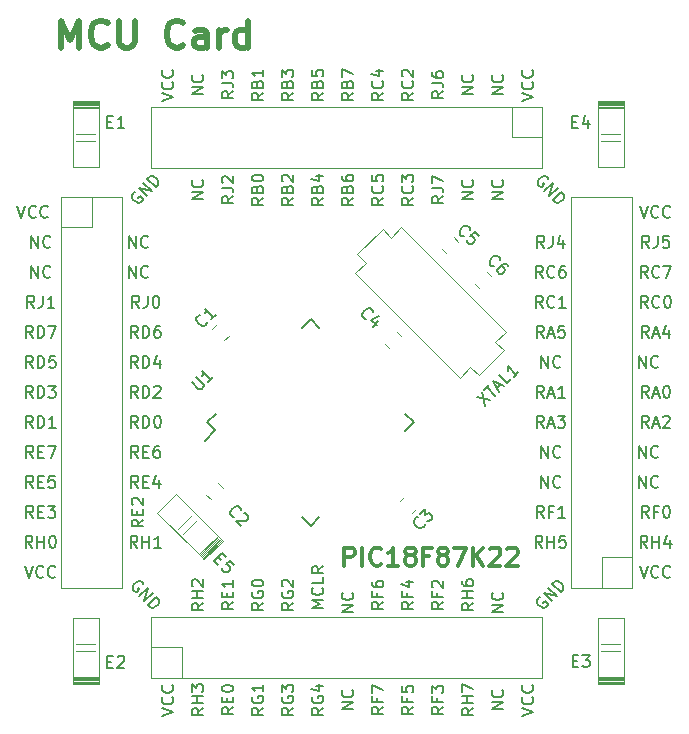
<source format=gbr>
G04 #@! TF.GenerationSoftware,KiCad,Pcbnew,(5.1.2)-2*
G04 #@! TF.CreationDate,2019-10-10T12:38:20+02:00*
G04 #@! TF.ProjectId,PIC18F87K22 MCU Card,50494331-3846-4383-974b-3232204d4355,rev?*
G04 #@! TF.SameCoordinates,Original*
G04 #@! TF.FileFunction,Legend,Top*
G04 #@! TF.FilePolarity,Positive*
%FSLAX46Y46*%
G04 Gerber Fmt 4.6, Leading zero omitted, Abs format (unit mm)*
G04 Created by KiCad (PCBNEW (5.1.2)-2) date 2019-10-10 12:38:20*
%MOMM*%
%LPD*%
G04 APERTURE LIST*
%ADD10C,0.150000*%
%ADD11C,0.304800*%
%ADD12C,0.508000*%
%ADD13C,0.120000*%
%ADD14C,0.100000*%
%ADD15C,0.110000*%
G04 APERTURE END LIST*
D10*
X219527380Y-57300714D02*
X218527380Y-57300714D01*
X219527380Y-56729285D01*
X218527380Y-56729285D01*
X219432142Y-55681666D02*
X219479761Y-55729285D01*
X219527380Y-55872142D01*
X219527380Y-55967380D01*
X219479761Y-56110238D01*
X219384523Y-56205476D01*
X219289285Y-56253095D01*
X219098809Y-56300714D01*
X218955952Y-56300714D01*
X218765476Y-56253095D01*
X218670238Y-56205476D01*
X218575000Y-56110238D01*
X218527380Y-55967380D01*
X218527380Y-55872142D01*
X218575000Y-55729285D01*
X218622619Y-55681666D01*
X216987380Y-57300714D02*
X215987380Y-57300714D01*
X216987380Y-56729285D01*
X215987380Y-56729285D01*
X216892142Y-55681666D02*
X216939761Y-55729285D01*
X216987380Y-55872142D01*
X216987380Y-55967380D01*
X216939761Y-56110238D01*
X216844523Y-56205476D01*
X216749285Y-56253095D01*
X216558809Y-56300714D01*
X216415952Y-56300714D01*
X216225476Y-56253095D01*
X216130238Y-56205476D01*
X216035000Y-56110238D01*
X215987380Y-55967380D01*
X215987380Y-55872142D01*
X216035000Y-55729285D01*
X216082619Y-55681666D01*
X214447380Y-57062619D02*
X213971190Y-57395952D01*
X214447380Y-57634047D02*
X213447380Y-57634047D01*
X213447380Y-57253095D01*
X213495000Y-57157857D01*
X213542619Y-57110238D01*
X213637857Y-57062619D01*
X213780714Y-57062619D01*
X213875952Y-57110238D01*
X213923571Y-57157857D01*
X213971190Y-57253095D01*
X213971190Y-57634047D01*
X213447380Y-56348333D02*
X214161666Y-56348333D01*
X214304523Y-56395952D01*
X214399761Y-56491190D01*
X214447380Y-56634047D01*
X214447380Y-56729285D01*
X213447380Y-55967380D02*
X213447380Y-55300714D01*
X214447380Y-55729285D01*
X211907380Y-57181666D02*
X211431190Y-57515000D01*
X211907380Y-57753095D02*
X210907380Y-57753095D01*
X210907380Y-57372142D01*
X210955000Y-57276904D01*
X211002619Y-57229285D01*
X211097857Y-57181666D01*
X211240714Y-57181666D01*
X211335952Y-57229285D01*
X211383571Y-57276904D01*
X211431190Y-57372142D01*
X211431190Y-57753095D01*
X211812142Y-56181666D02*
X211859761Y-56229285D01*
X211907380Y-56372142D01*
X211907380Y-56467380D01*
X211859761Y-56610238D01*
X211764523Y-56705476D01*
X211669285Y-56753095D01*
X211478809Y-56800714D01*
X211335952Y-56800714D01*
X211145476Y-56753095D01*
X211050238Y-56705476D01*
X210955000Y-56610238D01*
X210907380Y-56467380D01*
X210907380Y-56372142D01*
X210955000Y-56229285D01*
X211002619Y-56181666D01*
X210907380Y-55848333D02*
X210907380Y-55229285D01*
X211288333Y-55562619D01*
X211288333Y-55419761D01*
X211335952Y-55324523D01*
X211383571Y-55276904D01*
X211478809Y-55229285D01*
X211716904Y-55229285D01*
X211812142Y-55276904D01*
X211859761Y-55324523D01*
X211907380Y-55419761D01*
X211907380Y-55705476D01*
X211859761Y-55800714D01*
X211812142Y-55848333D01*
X209367380Y-57181666D02*
X208891190Y-57515000D01*
X209367380Y-57753095D02*
X208367380Y-57753095D01*
X208367380Y-57372142D01*
X208415000Y-57276904D01*
X208462619Y-57229285D01*
X208557857Y-57181666D01*
X208700714Y-57181666D01*
X208795952Y-57229285D01*
X208843571Y-57276904D01*
X208891190Y-57372142D01*
X208891190Y-57753095D01*
X209272142Y-56181666D02*
X209319761Y-56229285D01*
X209367380Y-56372142D01*
X209367380Y-56467380D01*
X209319761Y-56610238D01*
X209224523Y-56705476D01*
X209129285Y-56753095D01*
X208938809Y-56800714D01*
X208795952Y-56800714D01*
X208605476Y-56753095D01*
X208510238Y-56705476D01*
X208415000Y-56610238D01*
X208367380Y-56467380D01*
X208367380Y-56372142D01*
X208415000Y-56229285D01*
X208462619Y-56181666D01*
X208367380Y-55276904D02*
X208367380Y-55753095D01*
X208843571Y-55800714D01*
X208795952Y-55753095D01*
X208748333Y-55657857D01*
X208748333Y-55419761D01*
X208795952Y-55324523D01*
X208843571Y-55276904D01*
X208938809Y-55229285D01*
X209176904Y-55229285D01*
X209272142Y-55276904D01*
X209319761Y-55324523D01*
X209367380Y-55419761D01*
X209367380Y-55657857D01*
X209319761Y-55753095D01*
X209272142Y-55800714D01*
X206827380Y-57181666D02*
X206351190Y-57515000D01*
X206827380Y-57753095D02*
X205827380Y-57753095D01*
X205827380Y-57372142D01*
X205875000Y-57276904D01*
X205922619Y-57229285D01*
X206017857Y-57181666D01*
X206160714Y-57181666D01*
X206255952Y-57229285D01*
X206303571Y-57276904D01*
X206351190Y-57372142D01*
X206351190Y-57753095D01*
X206303571Y-56419761D02*
X206351190Y-56276904D01*
X206398809Y-56229285D01*
X206494047Y-56181666D01*
X206636904Y-56181666D01*
X206732142Y-56229285D01*
X206779761Y-56276904D01*
X206827380Y-56372142D01*
X206827380Y-56753095D01*
X205827380Y-56753095D01*
X205827380Y-56419761D01*
X205875000Y-56324523D01*
X205922619Y-56276904D01*
X206017857Y-56229285D01*
X206113095Y-56229285D01*
X206208333Y-56276904D01*
X206255952Y-56324523D01*
X206303571Y-56419761D01*
X206303571Y-56753095D01*
X205827380Y-55324523D02*
X205827380Y-55515000D01*
X205875000Y-55610238D01*
X205922619Y-55657857D01*
X206065476Y-55753095D01*
X206255952Y-55800714D01*
X206636904Y-55800714D01*
X206732142Y-55753095D01*
X206779761Y-55705476D01*
X206827380Y-55610238D01*
X206827380Y-55419761D01*
X206779761Y-55324523D01*
X206732142Y-55276904D01*
X206636904Y-55229285D01*
X206398809Y-55229285D01*
X206303571Y-55276904D01*
X206255952Y-55324523D01*
X206208333Y-55419761D01*
X206208333Y-55610238D01*
X206255952Y-55705476D01*
X206303571Y-55753095D01*
X206398809Y-55800714D01*
X204287380Y-57181666D02*
X203811190Y-57515000D01*
X204287380Y-57753095D02*
X203287380Y-57753095D01*
X203287380Y-57372142D01*
X203335000Y-57276904D01*
X203382619Y-57229285D01*
X203477857Y-57181666D01*
X203620714Y-57181666D01*
X203715952Y-57229285D01*
X203763571Y-57276904D01*
X203811190Y-57372142D01*
X203811190Y-57753095D01*
X203763571Y-56419761D02*
X203811190Y-56276904D01*
X203858809Y-56229285D01*
X203954047Y-56181666D01*
X204096904Y-56181666D01*
X204192142Y-56229285D01*
X204239761Y-56276904D01*
X204287380Y-56372142D01*
X204287380Y-56753095D01*
X203287380Y-56753095D01*
X203287380Y-56419761D01*
X203335000Y-56324523D01*
X203382619Y-56276904D01*
X203477857Y-56229285D01*
X203573095Y-56229285D01*
X203668333Y-56276904D01*
X203715952Y-56324523D01*
X203763571Y-56419761D01*
X203763571Y-56753095D01*
X203620714Y-55324523D02*
X204287380Y-55324523D01*
X203239761Y-55562619D02*
X203954047Y-55800714D01*
X203954047Y-55181666D01*
X201747380Y-57181666D02*
X201271190Y-57515000D01*
X201747380Y-57753095D02*
X200747380Y-57753095D01*
X200747380Y-57372142D01*
X200795000Y-57276904D01*
X200842619Y-57229285D01*
X200937857Y-57181666D01*
X201080714Y-57181666D01*
X201175952Y-57229285D01*
X201223571Y-57276904D01*
X201271190Y-57372142D01*
X201271190Y-57753095D01*
X201223571Y-56419761D02*
X201271190Y-56276904D01*
X201318809Y-56229285D01*
X201414047Y-56181666D01*
X201556904Y-56181666D01*
X201652142Y-56229285D01*
X201699761Y-56276904D01*
X201747380Y-56372142D01*
X201747380Y-56753095D01*
X200747380Y-56753095D01*
X200747380Y-56419761D01*
X200795000Y-56324523D01*
X200842619Y-56276904D01*
X200937857Y-56229285D01*
X201033095Y-56229285D01*
X201128333Y-56276904D01*
X201175952Y-56324523D01*
X201223571Y-56419761D01*
X201223571Y-56753095D01*
X200842619Y-55800714D02*
X200795000Y-55753095D01*
X200747380Y-55657857D01*
X200747380Y-55419761D01*
X200795000Y-55324523D01*
X200842619Y-55276904D01*
X200937857Y-55229285D01*
X201033095Y-55229285D01*
X201175952Y-55276904D01*
X201747380Y-55848333D01*
X201747380Y-55229285D01*
X199207380Y-57181666D02*
X198731190Y-57515000D01*
X199207380Y-57753095D02*
X198207380Y-57753095D01*
X198207380Y-57372142D01*
X198255000Y-57276904D01*
X198302619Y-57229285D01*
X198397857Y-57181666D01*
X198540714Y-57181666D01*
X198635952Y-57229285D01*
X198683571Y-57276904D01*
X198731190Y-57372142D01*
X198731190Y-57753095D01*
X198683571Y-56419761D02*
X198731190Y-56276904D01*
X198778809Y-56229285D01*
X198874047Y-56181666D01*
X199016904Y-56181666D01*
X199112142Y-56229285D01*
X199159761Y-56276904D01*
X199207380Y-56372142D01*
X199207380Y-56753095D01*
X198207380Y-56753095D01*
X198207380Y-56419761D01*
X198255000Y-56324523D01*
X198302619Y-56276904D01*
X198397857Y-56229285D01*
X198493095Y-56229285D01*
X198588333Y-56276904D01*
X198635952Y-56324523D01*
X198683571Y-56419761D01*
X198683571Y-56753095D01*
X198207380Y-55562619D02*
X198207380Y-55467380D01*
X198255000Y-55372142D01*
X198302619Y-55324523D01*
X198397857Y-55276904D01*
X198588333Y-55229285D01*
X198826428Y-55229285D01*
X199016904Y-55276904D01*
X199112142Y-55324523D01*
X199159761Y-55372142D01*
X199207380Y-55467380D01*
X199207380Y-55562619D01*
X199159761Y-55657857D01*
X199112142Y-55705476D01*
X199016904Y-55753095D01*
X198826428Y-55800714D01*
X198588333Y-55800714D01*
X198397857Y-55753095D01*
X198302619Y-55705476D01*
X198255000Y-55657857D01*
X198207380Y-55562619D01*
X196667380Y-57062619D02*
X196191190Y-57395952D01*
X196667380Y-57634047D02*
X195667380Y-57634047D01*
X195667380Y-57253095D01*
X195715000Y-57157857D01*
X195762619Y-57110238D01*
X195857857Y-57062619D01*
X196000714Y-57062619D01*
X196095952Y-57110238D01*
X196143571Y-57157857D01*
X196191190Y-57253095D01*
X196191190Y-57634047D01*
X195667380Y-56348333D02*
X196381666Y-56348333D01*
X196524523Y-56395952D01*
X196619761Y-56491190D01*
X196667380Y-56634047D01*
X196667380Y-56729285D01*
X195762619Y-55919761D02*
X195715000Y-55872142D01*
X195667380Y-55776904D01*
X195667380Y-55538809D01*
X195715000Y-55443571D01*
X195762619Y-55395952D01*
X195857857Y-55348333D01*
X195953095Y-55348333D01*
X196095952Y-55395952D01*
X196667380Y-55967380D01*
X196667380Y-55348333D01*
X194127380Y-57300714D02*
X193127380Y-57300714D01*
X194127380Y-56729285D01*
X193127380Y-56729285D01*
X194032142Y-55681666D02*
X194079761Y-55729285D01*
X194127380Y-55872142D01*
X194127380Y-55967380D01*
X194079761Y-56110238D01*
X193984523Y-56205476D01*
X193889285Y-56253095D01*
X193698809Y-56300714D01*
X193555952Y-56300714D01*
X193365476Y-56253095D01*
X193270238Y-56205476D01*
X193175000Y-56110238D01*
X193127380Y-55967380D01*
X193127380Y-55872142D01*
X193175000Y-55729285D01*
X193222619Y-55681666D01*
X221067380Y-48958333D02*
X222067380Y-48625000D01*
X221067380Y-48291666D01*
X221972142Y-47386904D02*
X222019761Y-47434523D01*
X222067380Y-47577380D01*
X222067380Y-47672619D01*
X222019761Y-47815476D01*
X221924523Y-47910714D01*
X221829285Y-47958333D01*
X221638809Y-48005952D01*
X221495952Y-48005952D01*
X221305476Y-47958333D01*
X221210238Y-47910714D01*
X221115000Y-47815476D01*
X221067380Y-47672619D01*
X221067380Y-47577380D01*
X221115000Y-47434523D01*
X221162619Y-47386904D01*
X221972142Y-46386904D02*
X222019761Y-46434523D01*
X222067380Y-46577380D01*
X222067380Y-46672619D01*
X222019761Y-46815476D01*
X221924523Y-46910714D01*
X221829285Y-46958333D01*
X221638809Y-47005952D01*
X221495952Y-47005952D01*
X221305476Y-46958333D01*
X221210238Y-46910714D01*
X221115000Y-46815476D01*
X221067380Y-46672619D01*
X221067380Y-46577380D01*
X221115000Y-46434523D01*
X221162619Y-46386904D01*
X219527380Y-48410714D02*
X218527380Y-48410714D01*
X219527380Y-47839285D01*
X218527380Y-47839285D01*
X219432142Y-46791666D02*
X219479761Y-46839285D01*
X219527380Y-46982142D01*
X219527380Y-47077380D01*
X219479761Y-47220238D01*
X219384523Y-47315476D01*
X219289285Y-47363095D01*
X219098809Y-47410714D01*
X218955952Y-47410714D01*
X218765476Y-47363095D01*
X218670238Y-47315476D01*
X218575000Y-47220238D01*
X218527380Y-47077380D01*
X218527380Y-46982142D01*
X218575000Y-46839285D01*
X218622619Y-46791666D01*
X216987380Y-48410714D02*
X215987380Y-48410714D01*
X216987380Y-47839285D01*
X215987380Y-47839285D01*
X216892142Y-46791666D02*
X216939761Y-46839285D01*
X216987380Y-46982142D01*
X216987380Y-47077380D01*
X216939761Y-47220238D01*
X216844523Y-47315476D01*
X216749285Y-47363095D01*
X216558809Y-47410714D01*
X216415952Y-47410714D01*
X216225476Y-47363095D01*
X216130238Y-47315476D01*
X216035000Y-47220238D01*
X215987380Y-47077380D01*
X215987380Y-46982142D01*
X216035000Y-46839285D01*
X216082619Y-46791666D01*
X214447380Y-48172619D02*
X213971190Y-48505952D01*
X214447380Y-48744047D02*
X213447380Y-48744047D01*
X213447380Y-48363095D01*
X213495000Y-48267857D01*
X213542619Y-48220238D01*
X213637857Y-48172619D01*
X213780714Y-48172619D01*
X213875952Y-48220238D01*
X213923571Y-48267857D01*
X213971190Y-48363095D01*
X213971190Y-48744047D01*
X213447380Y-47458333D02*
X214161666Y-47458333D01*
X214304523Y-47505952D01*
X214399761Y-47601190D01*
X214447380Y-47744047D01*
X214447380Y-47839285D01*
X213447380Y-46553571D02*
X213447380Y-46744047D01*
X213495000Y-46839285D01*
X213542619Y-46886904D01*
X213685476Y-46982142D01*
X213875952Y-47029761D01*
X214256904Y-47029761D01*
X214352142Y-46982142D01*
X214399761Y-46934523D01*
X214447380Y-46839285D01*
X214447380Y-46648809D01*
X214399761Y-46553571D01*
X214352142Y-46505952D01*
X214256904Y-46458333D01*
X214018809Y-46458333D01*
X213923571Y-46505952D01*
X213875952Y-46553571D01*
X213828333Y-46648809D01*
X213828333Y-46839285D01*
X213875952Y-46934523D01*
X213923571Y-46982142D01*
X214018809Y-47029761D01*
X211907380Y-48291666D02*
X211431190Y-48625000D01*
X211907380Y-48863095D02*
X210907380Y-48863095D01*
X210907380Y-48482142D01*
X210955000Y-48386904D01*
X211002619Y-48339285D01*
X211097857Y-48291666D01*
X211240714Y-48291666D01*
X211335952Y-48339285D01*
X211383571Y-48386904D01*
X211431190Y-48482142D01*
X211431190Y-48863095D01*
X211812142Y-47291666D02*
X211859761Y-47339285D01*
X211907380Y-47482142D01*
X211907380Y-47577380D01*
X211859761Y-47720238D01*
X211764523Y-47815476D01*
X211669285Y-47863095D01*
X211478809Y-47910714D01*
X211335952Y-47910714D01*
X211145476Y-47863095D01*
X211050238Y-47815476D01*
X210955000Y-47720238D01*
X210907380Y-47577380D01*
X210907380Y-47482142D01*
X210955000Y-47339285D01*
X211002619Y-47291666D01*
X211002619Y-46910714D02*
X210955000Y-46863095D01*
X210907380Y-46767857D01*
X210907380Y-46529761D01*
X210955000Y-46434523D01*
X211002619Y-46386904D01*
X211097857Y-46339285D01*
X211193095Y-46339285D01*
X211335952Y-46386904D01*
X211907380Y-46958333D01*
X211907380Y-46339285D01*
X209367380Y-48291666D02*
X208891190Y-48625000D01*
X209367380Y-48863095D02*
X208367380Y-48863095D01*
X208367380Y-48482142D01*
X208415000Y-48386904D01*
X208462619Y-48339285D01*
X208557857Y-48291666D01*
X208700714Y-48291666D01*
X208795952Y-48339285D01*
X208843571Y-48386904D01*
X208891190Y-48482142D01*
X208891190Y-48863095D01*
X209272142Y-47291666D02*
X209319761Y-47339285D01*
X209367380Y-47482142D01*
X209367380Y-47577380D01*
X209319761Y-47720238D01*
X209224523Y-47815476D01*
X209129285Y-47863095D01*
X208938809Y-47910714D01*
X208795952Y-47910714D01*
X208605476Y-47863095D01*
X208510238Y-47815476D01*
X208415000Y-47720238D01*
X208367380Y-47577380D01*
X208367380Y-47482142D01*
X208415000Y-47339285D01*
X208462619Y-47291666D01*
X208700714Y-46434523D02*
X209367380Y-46434523D01*
X208319761Y-46672619D02*
X209034047Y-46910714D01*
X209034047Y-46291666D01*
X206827380Y-48291666D02*
X206351190Y-48625000D01*
X206827380Y-48863095D02*
X205827380Y-48863095D01*
X205827380Y-48482142D01*
X205875000Y-48386904D01*
X205922619Y-48339285D01*
X206017857Y-48291666D01*
X206160714Y-48291666D01*
X206255952Y-48339285D01*
X206303571Y-48386904D01*
X206351190Y-48482142D01*
X206351190Y-48863095D01*
X206303571Y-47529761D02*
X206351190Y-47386904D01*
X206398809Y-47339285D01*
X206494047Y-47291666D01*
X206636904Y-47291666D01*
X206732142Y-47339285D01*
X206779761Y-47386904D01*
X206827380Y-47482142D01*
X206827380Y-47863095D01*
X205827380Y-47863095D01*
X205827380Y-47529761D01*
X205875000Y-47434523D01*
X205922619Y-47386904D01*
X206017857Y-47339285D01*
X206113095Y-47339285D01*
X206208333Y-47386904D01*
X206255952Y-47434523D01*
X206303571Y-47529761D01*
X206303571Y-47863095D01*
X205827380Y-46958333D02*
X205827380Y-46291666D01*
X206827380Y-46720238D01*
X204287380Y-48291666D02*
X203811190Y-48625000D01*
X204287380Y-48863095D02*
X203287380Y-48863095D01*
X203287380Y-48482142D01*
X203335000Y-48386904D01*
X203382619Y-48339285D01*
X203477857Y-48291666D01*
X203620714Y-48291666D01*
X203715952Y-48339285D01*
X203763571Y-48386904D01*
X203811190Y-48482142D01*
X203811190Y-48863095D01*
X203763571Y-47529761D02*
X203811190Y-47386904D01*
X203858809Y-47339285D01*
X203954047Y-47291666D01*
X204096904Y-47291666D01*
X204192142Y-47339285D01*
X204239761Y-47386904D01*
X204287380Y-47482142D01*
X204287380Y-47863095D01*
X203287380Y-47863095D01*
X203287380Y-47529761D01*
X203335000Y-47434523D01*
X203382619Y-47386904D01*
X203477857Y-47339285D01*
X203573095Y-47339285D01*
X203668333Y-47386904D01*
X203715952Y-47434523D01*
X203763571Y-47529761D01*
X203763571Y-47863095D01*
X203287380Y-46386904D02*
X203287380Y-46863095D01*
X203763571Y-46910714D01*
X203715952Y-46863095D01*
X203668333Y-46767857D01*
X203668333Y-46529761D01*
X203715952Y-46434523D01*
X203763571Y-46386904D01*
X203858809Y-46339285D01*
X204096904Y-46339285D01*
X204192142Y-46386904D01*
X204239761Y-46434523D01*
X204287380Y-46529761D01*
X204287380Y-46767857D01*
X204239761Y-46863095D01*
X204192142Y-46910714D01*
X201747380Y-48291666D02*
X201271190Y-48625000D01*
X201747380Y-48863095D02*
X200747380Y-48863095D01*
X200747380Y-48482142D01*
X200795000Y-48386904D01*
X200842619Y-48339285D01*
X200937857Y-48291666D01*
X201080714Y-48291666D01*
X201175952Y-48339285D01*
X201223571Y-48386904D01*
X201271190Y-48482142D01*
X201271190Y-48863095D01*
X201223571Y-47529761D02*
X201271190Y-47386904D01*
X201318809Y-47339285D01*
X201414047Y-47291666D01*
X201556904Y-47291666D01*
X201652142Y-47339285D01*
X201699761Y-47386904D01*
X201747380Y-47482142D01*
X201747380Y-47863095D01*
X200747380Y-47863095D01*
X200747380Y-47529761D01*
X200795000Y-47434523D01*
X200842619Y-47386904D01*
X200937857Y-47339285D01*
X201033095Y-47339285D01*
X201128333Y-47386904D01*
X201175952Y-47434523D01*
X201223571Y-47529761D01*
X201223571Y-47863095D01*
X200747380Y-46958333D02*
X200747380Y-46339285D01*
X201128333Y-46672619D01*
X201128333Y-46529761D01*
X201175952Y-46434523D01*
X201223571Y-46386904D01*
X201318809Y-46339285D01*
X201556904Y-46339285D01*
X201652142Y-46386904D01*
X201699761Y-46434523D01*
X201747380Y-46529761D01*
X201747380Y-46815476D01*
X201699761Y-46910714D01*
X201652142Y-46958333D01*
X199207380Y-48291666D02*
X198731190Y-48625000D01*
X199207380Y-48863095D02*
X198207380Y-48863095D01*
X198207380Y-48482142D01*
X198255000Y-48386904D01*
X198302619Y-48339285D01*
X198397857Y-48291666D01*
X198540714Y-48291666D01*
X198635952Y-48339285D01*
X198683571Y-48386904D01*
X198731190Y-48482142D01*
X198731190Y-48863095D01*
X198683571Y-47529761D02*
X198731190Y-47386904D01*
X198778809Y-47339285D01*
X198874047Y-47291666D01*
X199016904Y-47291666D01*
X199112142Y-47339285D01*
X199159761Y-47386904D01*
X199207380Y-47482142D01*
X199207380Y-47863095D01*
X198207380Y-47863095D01*
X198207380Y-47529761D01*
X198255000Y-47434523D01*
X198302619Y-47386904D01*
X198397857Y-47339285D01*
X198493095Y-47339285D01*
X198588333Y-47386904D01*
X198635952Y-47434523D01*
X198683571Y-47529761D01*
X198683571Y-47863095D01*
X199207380Y-46339285D02*
X199207380Y-46910714D01*
X199207380Y-46625000D02*
X198207380Y-46625000D01*
X198350238Y-46720238D01*
X198445476Y-46815476D01*
X198493095Y-46910714D01*
X196667380Y-48172619D02*
X196191190Y-48505952D01*
X196667380Y-48744047D02*
X195667380Y-48744047D01*
X195667380Y-48363095D01*
X195715000Y-48267857D01*
X195762619Y-48220238D01*
X195857857Y-48172619D01*
X196000714Y-48172619D01*
X196095952Y-48220238D01*
X196143571Y-48267857D01*
X196191190Y-48363095D01*
X196191190Y-48744047D01*
X195667380Y-47458333D02*
X196381666Y-47458333D01*
X196524523Y-47505952D01*
X196619761Y-47601190D01*
X196667380Y-47744047D01*
X196667380Y-47839285D01*
X195667380Y-47077380D02*
X195667380Y-46458333D01*
X196048333Y-46791666D01*
X196048333Y-46648809D01*
X196095952Y-46553571D01*
X196143571Y-46505952D01*
X196238809Y-46458333D01*
X196476904Y-46458333D01*
X196572142Y-46505952D01*
X196619761Y-46553571D01*
X196667380Y-46648809D01*
X196667380Y-46934523D01*
X196619761Y-47029761D01*
X196572142Y-47077380D01*
X194127380Y-48410714D02*
X193127380Y-48410714D01*
X194127380Y-47839285D01*
X193127380Y-47839285D01*
X194032142Y-46791666D02*
X194079761Y-46839285D01*
X194127380Y-46982142D01*
X194127380Y-47077380D01*
X194079761Y-47220238D01*
X193984523Y-47315476D01*
X193889285Y-47363095D01*
X193698809Y-47410714D01*
X193555952Y-47410714D01*
X193365476Y-47363095D01*
X193270238Y-47315476D01*
X193175000Y-47220238D01*
X193127380Y-47077380D01*
X193127380Y-46982142D01*
X193175000Y-46839285D01*
X193222619Y-46791666D01*
X190587380Y-48958333D02*
X191587380Y-48625000D01*
X190587380Y-48291666D01*
X191492142Y-47386904D02*
X191539761Y-47434523D01*
X191587380Y-47577380D01*
X191587380Y-47672619D01*
X191539761Y-47815476D01*
X191444523Y-47910714D01*
X191349285Y-47958333D01*
X191158809Y-48005952D01*
X191015952Y-48005952D01*
X190825476Y-47958333D01*
X190730238Y-47910714D01*
X190635000Y-47815476D01*
X190587380Y-47672619D01*
X190587380Y-47577380D01*
X190635000Y-47434523D01*
X190682619Y-47386904D01*
X191492142Y-46386904D02*
X191539761Y-46434523D01*
X191587380Y-46577380D01*
X191587380Y-46672619D01*
X191539761Y-46815476D01*
X191444523Y-46910714D01*
X191349285Y-46958333D01*
X191158809Y-47005952D01*
X191015952Y-47005952D01*
X190825476Y-46958333D01*
X190730238Y-46910714D01*
X190635000Y-46815476D01*
X190587380Y-46672619D01*
X190587380Y-46577380D01*
X190635000Y-46434523D01*
X190682619Y-46386904D01*
X222829523Y-86812380D02*
X222496190Y-86336190D01*
X222258095Y-86812380D02*
X222258095Y-85812380D01*
X222639047Y-85812380D01*
X222734285Y-85860000D01*
X222781904Y-85907619D01*
X222829523Y-86002857D01*
X222829523Y-86145714D01*
X222781904Y-86240952D01*
X222734285Y-86288571D01*
X222639047Y-86336190D01*
X222258095Y-86336190D01*
X223258095Y-86812380D02*
X223258095Y-85812380D01*
X223258095Y-86288571D02*
X223829523Y-86288571D01*
X223829523Y-86812380D02*
X223829523Y-85812380D01*
X224781904Y-85812380D02*
X224305714Y-85812380D01*
X224258095Y-86288571D01*
X224305714Y-86240952D01*
X224400952Y-86193333D01*
X224639047Y-86193333D01*
X224734285Y-86240952D01*
X224781904Y-86288571D01*
X224829523Y-86383809D01*
X224829523Y-86621904D01*
X224781904Y-86717142D01*
X224734285Y-86764761D01*
X224639047Y-86812380D01*
X224400952Y-86812380D01*
X224305714Y-86764761D01*
X224258095Y-86717142D01*
X222924761Y-84272380D02*
X222591428Y-83796190D01*
X222353333Y-84272380D02*
X222353333Y-83272380D01*
X222734285Y-83272380D01*
X222829523Y-83320000D01*
X222877142Y-83367619D01*
X222924761Y-83462857D01*
X222924761Y-83605714D01*
X222877142Y-83700952D01*
X222829523Y-83748571D01*
X222734285Y-83796190D01*
X222353333Y-83796190D01*
X223686666Y-83748571D02*
X223353333Y-83748571D01*
X223353333Y-84272380D02*
X223353333Y-83272380D01*
X223829523Y-83272380D01*
X224734285Y-84272380D02*
X224162857Y-84272380D01*
X224448571Y-84272380D02*
X224448571Y-83272380D01*
X224353333Y-83415238D01*
X224258095Y-83510476D01*
X224162857Y-83558095D01*
X222734285Y-81732380D02*
X222734285Y-80732380D01*
X223305714Y-81732380D01*
X223305714Y-80732380D01*
X224353333Y-81637142D02*
X224305714Y-81684761D01*
X224162857Y-81732380D01*
X224067619Y-81732380D01*
X223924761Y-81684761D01*
X223829523Y-81589523D01*
X223781904Y-81494285D01*
X223734285Y-81303809D01*
X223734285Y-81160952D01*
X223781904Y-80970476D01*
X223829523Y-80875238D01*
X223924761Y-80780000D01*
X224067619Y-80732380D01*
X224162857Y-80732380D01*
X224305714Y-80780000D01*
X224353333Y-80827619D01*
X222734285Y-79192380D02*
X222734285Y-78192380D01*
X223305714Y-79192380D01*
X223305714Y-78192380D01*
X224353333Y-79097142D02*
X224305714Y-79144761D01*
X224162857Y-79192380D01*
X224067619Y-79192380D01*
X223924761Y-79144761D01*
X223829523Y-79049523D01*
X223781904Y-78954285D01*
X223734285Y-78763809D01*
X223734285Y-78620952D01*
X223781904Y-78430476D01*
X223829523Y-78335238D01*
X223924761Y-78240000D01*
X224067619Y-78192380D01*
X224162857Y-78192380D01*
X224305714Y-78240000D01*
X224353333Y-78287619D01*
X222924761Y-76652380D02*
X222591428Y-76176190D01*
X222353333Y-76652380D02*
X222353333Y-75652380D01*
X222734285Y-75652380D01*
X222829523Y-75700000D01*
X222877142Y-75747619D01*
X222924761Y-75842857D01*
X222924761Y-75985714D01*
X222877142Y-76080952D01*
X222829523Y-76128571D01*
X222734285Y-76176190D01*
X222353333Y-76176190D01*
X223305714Y-76366666D02*
X223781904Y-76366666D01*
X223210476Y-76652380D02*
X223543809Y-75652380D01*
X223877142Y-76652380D01*
X224115238Y-75652380D02*
X224734285Y-75652380D01*
X224400952Y-76033333D01*
X224543809Y-76033333D01*
X224639047Y-76080952D01*
X224686666Y-76128571D01*
X224734285Y-76223809D01*
X224734285Y-76461904D01*
X224686666Y-76557142D01*
X224639047Y-76604761D01*
X224543809Y-76652380D01*
X224258095Y-76652380D01*
X224162857Y-76604761D01*
X224115238Y-76557142D01*
X222924761Y-74112380D02*
X222591428Y-73636190D01*
X222353333Y-74112380D02*
X222353333Y-73112380D01*
X222734285Y-73112380D01*
X222829523Y-73160000D01*
X222877142Y-73207619D01*
X222924761Y-73302857D01*
X222924761Y-73445714D01*
X222877142Y-73540952D01*
X222829523Y-73588571D01*
X222734285Y-73636190D01*
X222353333Y-73636190D01*
X223305714Y-73826666D02*
X223781904Y-73826666D01*
X223210476Y-74112380D02*
X223543809Y-73112380D01*
X223877142Y-74112380D01*
X224734285Y-74112380D02*
X224162857Y-74112380D01*
X224448571Y-74112380D02*
X224448571Y-73112380D01*
X224353333Y-73255238D01*
X224258095Y-73350476D01*
X224162857Y-73398095D01*
X222734285Y-71572380D02*
X222734285Y-70572380D01*
X223305714Y-71572380D01*
X223305714Y-70572380D01*
X224353333Y-71477142D02*
X224305714Y-71524761D01*
X224162857Y-71572380D01*
X224067619Y-71572380D01*
X223924761Y-71524761D01*
X223829523Y-71429523D01*
X223781904Y-71334285D01*
X223734285Y-71143809D01*
X223734285Y-71000952D01*
X223781904Y-70810476D01*
X223829523Y-70715238D01*
X223924761Y-70620000D01*
X224067619Y-70572380D01*
X224162857Y-70572380D01*
X224305714Y-70620000D01*
X224353333Y-70667619D01*
X222924761Y-69032380D02*
X222591428Y-68556190D01*
X222353333Y-69032380D02*
X222353333Y-68032380D01*
X222734285Y-68032380D01*
X222829523Y-68080000D01*
X222877142Y-68127619D01*
X222924761Y-68222857D01*
X222924761Y-68365714D01*
X222877142Y-68460952D01*
X222829523Y-68508571D01*
X222734285Y-68556190D01*
X222353333Y-68556190D01*
X223305714Y-68746666D02*
X223781904Y-68746666D01*
X223210476Y-69032380D02*
X223543809Y-68032380D01*
X223877142Y-69032380D01*
X224686666Y-68032380D02*
X224210476Y-68032380D01*
X224162857Y-68508571D01*
X224210476Y-68460952D01*
X224305714Y-68413333D01*
X224543809Y-68413333D01*
X224639047Y-68460952D01*
X224686666Y-68508571D01*
X224734285Y-68603809D01*
X224734285Y-68841904D01*
X224686666Y-68937142D01*
X224639047Y-68984761D01*
X224543809Y-69032380D01*
X224305714Y-69032380D01*
X224210476Y-68984761D01*
X224162857Y-68937142D01*
X222853333Y-66492380D02*
X222520000Y-66016190D01*
X222281904Y-66492380D02*
X222281904Y-65492380D01*
X222662857Y-65492380D01*
X222758095Y-65540000D01*
X222805714Y-65587619D01*
X222853333Y-65682857D01*
X222853333Y-65825714D01*
X222805714Y-65920952D01*
X222758095Y-65968571D01*
X222662857Y-66016190D01*
X222281904Y-66016190D01*
X223853333Y-66397142D02*
X223805714Y-66444761D01*
X223662857Y-66492380D01*
X223567619Y-66492380D01*
X223424761Y-66444761D01*
X223329523Y-66349523D01*
X223281904Y-66254285D01*
X223234285Y-66063809D01*
X223234285Y-65920952D01*
X223281904Y-65730476D01*
X223329523Y-65635238D01*
X223424761Y-65540000D01*
X223567619Y-65492380D01*
X223662857Y-65492380D01*
X223805714Y-65540000D01*
X223853333Y-65587619D01*
X224805714Y-66492380D02*
X224234285Y-66492380D01*
X224520000Y-66492380D02*
X224520000Y-65492380D01*
X224424761Y-65635238D01*
X224329523Y-65730476D01*
X224234285Y-65778095D01*
X222853333Y-63952380D02*
X222520000Y-63476190D01*
X222281904Y-63952380D02*
X222281904Y-62952380D01*
X222662857Y-62952380D01*
X222758095Y-63000000D01*
X222805714Y-63047619D01*
X222853333Y-63142857D01*
X222853333Y-63285714D01*
X222805714Y-63380952D01*
X222758095Y-63428571D01*
X222662857Y-63476190D01*
X222281904Y-63476190D01*
X223853333Y-63857142D02*
X223805714Y-63904761D01*
X223662857Y-63952380D01*
X223567619Y-63952380D01*
X223424761Y-63904761D01*
X223329523Y-63809523D01*
X223281904Y-63714285D01*
X223234285Y-63523809D01*
X223234285Y-63380952D01*
X223281904Y-63190476D01*
X223329523Y-63095238D01*
X223424761Y-63000000D01*
X223567619Y-62952380D01*
X223662857Y-62952380D01*
X223805714Y-63000000D01*
X223853333Y-63047619D01*
X224710476Y-62952380D02*
X224520000Y-62952380D01*
X224424761Y-63000000D01*
X224377142Y-63047619D01*
X224281904Y-63190476D01*
X224234285Y-63380952D01*
X224234285Y-63761904D01*
X224281904Y-63857142D01*
X224329523Y-63904761D01*
X224424761Y-63952380D01*
X224615238Y-63952380D01*
X224710476Y-63904761D01*
X224758095Y-63857142D01*
X224805714Y-63761904D01*
X224805714Y-63523809D01*
X224758095Y-63428571D01*
X224710476Y-63380952D01*
X224615238Y-63333333D01*
X224424761Y-63333333D01*
X224329523Y-63380952D01*
X224281904Y-63428571D01*
X224234285Y-63523809D01*
X222972380Y-61412380D02*
X222639047Y-60936190D01*
X222400952Y-61412380D02*
X222400952Y-60412380D01*
X222781904Y-60412380D01*
X222877142Y-60460000D01*
X222924761Y-60507619D01*
X222972380Y-60602857D01*
X222972380Y-60745714D01*
X222924761Y-60840952D01*
X222877142Y-60888571D01*
X222781904Y-60936190D01*
X222400952Y-60936190D01*
X223686666Y-60412380D02*
X223686666Y-61126666D01*
X223639047Y-61269523D01*
X223543809Y-61364761D01*
X223400952Y-61412380D01*
X223305714Y-61412380D01*
X224591428Y-60745714D02*
X224591428Y-61412380D01*
X224353333Y-60364761D02*
X224115238Y-61079047D01*
X224734285Y-61079047D01*
X223334805Y-55622698D02*
X223301133Y-55521683D01*
X223200118Y-55420668D01*
X223065431Y-55353324D01*
X222930744Y-55353324D01*
X222829729Y-55386996D01*
X222661370Y-55488011D01*
X222560355Y-55589026D01*
X222459339Y-55757385D01*
X222425668Y-55858400D01*
X222425668Y-55993087D01*
X222493011Y-56127774D01*
X222560355Y-56195118D01*
X222695042Y-56262461D01*
X222762385Y-56262461D01*
X222998087Y-56026759D01*
X222863400Y-55892072D01*
X222998087Y-56632851D02*
X223705194Y-55925744D01*
X223402148Y-57036912D01*
X224109255Y-56329805D01*
X223738866Y-57373629D02*
X224445973Y-56666522D01*
X224614331Y-56834881D01*
X224681675Y-56969568D01*
X224681675Y-57104255D01*
X224648003Y-57205270D01*
X224546988Y-57373629D01*
X224445973Y-57474644D01*
X224277614Y-57575660D01*
X224176599Y-57609331D01*
X224041912Y-57609331D01*
X223907225Y-57541988D01*
X223738866Y-57373629D01*
X231076666Y-57872380D02*
X231410000Y-58872380D01*
X231743333Y-57872380D01*
X232648095Y-58777142D02*
X232600476Y-58824761D01*
X232457619Y-58872380D01*
X232362380Y-58872380D01*
X232219523Y-58824761D01*
X232124285Y-58729523D01*
X232076666Y-58634285D01*
X232029047Y-58443809D01*
X232029047Y-58300952D01*
X232076666Y-58110476D01*
X232124285Y-58015238D01*
X232219523Y-57920000D01*
X232362380Y-57872380D01*
X232457619Y-57872380D01*
X232600476Y-57920000D01*
X232648095Y-57967619D01*
X233648095Y-58777142D02*
X233600476Y-58824761D01*
X233457619Y-58872380D01*
X233362380Y-58872380D01*
X233219523Y-58824761D01*
X233124285Y-58729523D01*
X233076666Y-58634285D01*
X233029047Y-58443809D01*
X233029047Y-58300952D01*
X233076666Y-58110476D01*
X233124285Y-58015238D01*
X233219523Y-57920000D01*
X233362380Y-57872380D01*
X233457619Y-57872380D01*
X233600476Y-57920000D01*
X233648095Y-57967619D01*
X231862380Y-61412380D02*
X231529047Y-60936190D01*
X231290952Y-61412380D02*
X231290952Y-60412380D01*
X231671904Y-60412380D01*
X231767142Y-60460000D01*
X231814761Y-60507619D01*
X231862380Y-60602857D01*
X231862380Y-60745714D01*
X231814761Y-60840952D01*
X231767142Y-60888571D01*
X231671904Y-60936190D01*
X231290952Y-60936190D01*
X232576666Y-60412380D02*
X232576666Y-61126666D01*
X232529047Y-61269523D01*
X232433809Y-61364761D01*
X232290952Y-61412380D01*
X232195714Y-61412380D01*
X233529047Y-60412380D02*
X233052857Y-60412380D01*
X233005238Y-60888571D01*
X233052857Y-60840952D01*
X233148095Y-60793333D01*
X233386190Y-60793333D01*
X233481428Y-60840952D01*
X233529047Y-60888571D01*
X233576666Y-60983809D01*
X233576666Y-61221904D01*
X233529047Y-61317142D01*
X233481428Y-61364761D01*
X233386190Y-61412380D01*
X233148095Y-61412380D01*
X233052857Y-61364761D01*
X233005238Y-61317142D01*
X231743333Y-63952380D02*
X231410000Y-63476190D01*
X231171904Y-63952380D02*
X231171904Y-62952380D01*
X231552857Y-62952380D01*
X231648095Y-63000000D01*
X231695714Y-63047619D01*
X231743333Y-63142857D01*
X231743333Y-63285714D01*
X231695714Y-63380952D01*
X231648095Y-63428571D01*
X231552857Y-63476190D01*
X231171904Y-63476190D01*
X232743333Y-63857142D02*
X232695714Y-63904761D01*
X232552857Y-63952380D01*
X232457619Y-63952380D01*
X232314761Y-63904761D01*
X232219523Y-63809523D01*
X232171904Y-63714285D01*
X232124285Y-63523809D01*
X232124285Y-63380952D01*
X232171904Y-63190476D01*
X232219523Y-63095238D01*
X232314761Y-63000000D01*
X232457619Y-62952380D01*
X232552857Y-62952380D01*
X232695714Y-63000000D01*
X232743333Y-63047619D01*
X233076666Y-62952380D02*
X233743333Y-62952380D01*
X233314761Y-63952380D01*
X231743333Y-66492380D02*
X231410000Y-66016190D01*
X231171904Y-66492380D02*
X231171904Y-65492380D01*
X231552857Y-65492380D01*
X231648095Y-65540000D01*
X231695714Y-65587619D01*
X231743333Y-65682857D01*
X231743333Y-65825714D01*
X231695714Y-65920952D01*
X231648095Y-65968571D01*
X231552857Y-66016190D01*
X231171904Y-66016190D01*
X232743333Y-66397142D02*
X232695714Y-66444761D01*
X232552857Y-66492380D01*
X232457619Y-66492380D01*
X232314761Y-66444761D01*
X232219523Y-66349523D01*
X232171904Y-66254285D01*
X232124285Y-66063809D01*
X232124285Y-65920952D01*
X232171904Y-65730476D01*
X232219523Y-65635238D01*
X232314761Y-65540000D01*
X232457619Y-65492380D01*
X232552857Y-65492380D01*
X232695714Y-65540000D01*
X232743333Y-65587619D01*
X233362380Y-65492380D02*
X233457619Y-65492380D01*
X233552857Y-65540000D01*
X233600476Y-65587619D01*
X233648095Y-65682857D01*
X233695714Y-65873333D01*
X233695714Y-66111428D01*
X233648095Y-66301904D01*
X233600476Y-66397142D01*
X233552857Y-66444761D01*
X233457619Y-66492380D01*
X233362380Y-66492380D01*
X233267142Y-66444761D01*
X233219523Y-66397142D01*
X233171904Y-66301904D01*
X233124285Y-66111428D01*
X233124285Y-65873333D01*
X233171904Y-65682857D01*
X233219523Y-65587619D01*
X233267142Y-65540000D01*
X233362380Y-65492380D01*
X231814761Y-69032380D02*
X231481428Y-68556190D01*
X231243333Y-69032380D02*
X231243333Y-68032380D01*
X231624285Y-68032380D01*
X231719523Y-68080000D01*
X231767142Y-68127619D01*
X231814761Y-68222857D01*
X231814761Y-68365714D01*
X231767142Y-68460952D01*
X231719523Y-68508571D01*
X231624285Y-68556190D01*
X231243333Y-68556190D01*
X232195714Y-68746666D02*
X232671904Y-68746666D01*
X232100476Y-69032380D02*
X232433809Y-68032380D01*
X232767142Y-69032380D01*
X233529047Y-68365714D02*
X233529047Y-69032380D01*
X233290952Y-67984761D02*
X233052857Y-68699047D01*
X233671904Y-68699047D01*
X230989285Y-71572380D02*
X230989285Y-70572380D01*
X231560714Y-71572380D01*
X231560714Y-70572380D01*
X232608333Y-71477142D02*
X232560714Y-71524761D01*
X232417857Y-71572380D01*
X232322619Y-71572380D01*
X232179761Y-71524761D01*
X232084523Y-71429523D01*
X232036904Y-71334285D01*
X231989285Y-71143809D01*
X231989285Y-71000952D01*
X232036904Y-70810476D01*
X232084523Y-70715238D01*
X232179761Y-70620000D01*
X232322619Y-70572380D01*
X232417857Y-70572380D01*
X232560714Y-70620000D01*
X232608333Y-70667619D01*
X231814761Y-74112380D02*
X231481428Y-73636190D01*
X231243333Y-74112380D02*
X231243333Y-73112380D01*
X231624285Y-73112380D01*
X231719523Y-73160000D01*
X231767142Y-73207619D01*
X231814761Y-73302857D01*
X231814761Y-73445714D01*
X231767142Y-73540952D01*
X231719523Y-73588571D01*
X231624285Y-73636190D01*
X231243333Y-73636190D01*
X232195714Y-73826666D02*
X232671904Y-73826666D01*
X232100476Y-74112380D02*
X232433809Y-73112380D01*
X232767142Y-74112380D01*
X233290952Y-73112380D02*
X233386190Y-73112380D01*
X233481428Y-73160000D01*
X233529047Y-73207619D01*
X233576666Y-73302857D01*
X233624285Y-73493333D01*
X233624285Y-73731428D01*
X233576666Y-73921904D01*
X233529047Y-74017142D01*
X233481428Y-74064761D01*
X233386190Y-74112380D01*
X233290952Y-74112380D01*
X233195714Y-74064761D01*
X233148095Y-74017142D01*
X233100476Y-73921904D01*
X233052857Y-73731428D01*
X233052857Y-73493333D01*
X233100476Y-73302857D01*
X233148095Y-73207619D01*
X233195714Y-73160000D01*
X233290952Y-73112380D01*
X231814761Y-76652380D02*
X231481428Y-76176190D01*
X231243333Y-76652380D02*
X231243333Y-75652380D01*
X231624285Y-75652380D01*
X231719523Y-75700000D01*
X231767142Y-75747619D01*
X231814761Y-75842857D01*
X231814761Y-75985714D01*
X231767142Y-76080952D01*
X231719523Y-76128571D01*
X231624285Y-76176190D01*
X231243333Y-76176190D01*
X232195714Y-76366666D02*
X232671904Y-76366666D01*
X232100476Y-76652380D02*
X232433809Y-75652380D01*
X232767142Y-76652380D01*
X233052857Y-75747619D02*
X233100476Y-75700000D01*
X233195714Y-75652380D01*
X233433809Y-75652380D01*
X233529047Y-75700000D01*
X233576666Y-75747619D01*
X233624285Y-75842857D01*
X233624285Y-75938095D01*
X233576666Y-76080952D01*
X233005238Y-76652380D01*
X233624285Y-76652380D01*
X230989285Y-79192380D02*
X230989285Y-78192380D01*
X231560714Y-79192380D01*
X231560714Y-78192380D01*
X232608333Y-79097142D02*
X232560714Y-79144761D01*
X232417857Y-79192380D01*
X232322619Y-79192380D01*
X232179761Y-79144761D01*
X232084523Y-79049523D01*
X232036904Y-78954285D01*
X231989285Y-78763809D01*
X231989285Y-78620952D01*
X232036904Y-78430476D01*
X232084523Y-78335238D01*
X232179761Y-78240000D01*
X232322619Y-78192380D01*
X232417857Y-78192380D01*
X232560714Y-78240000D01*
X232608333Y-78287619D01*
X230989285Y-81732380D02*
X230989285Y-80732380D01*
X231560714Y-81732380D01*
X231560714Y-80732380D01*
X232608333Y-81637142D02*
X232560714Y-81684761D01*
X232417857Y-81732380D01*
X232322619Y-81732380D01*
X232179761Y-81684761D01*
X232084523Y-81589523D01*
X232036904Y-81494285D01*
X231989285Y-81303809D01*
X231989285Y-81160952D01*
X232036904Y-80970476D01*
X232084523Y-80875238D01*
X232179761Y-80780000D01*
X232322619Y-80732380D01*
X232417857Y-80732380D01*
X232560714Y-80780000D01*
X232608333Y-80827619D01*
X231814761Y-84272380D02*
X231481428Y-83796190D01*
X231243333Y-84272380D02*
X231243333Y-83272380D01*
X231624285Y-83272380D01*
X231719523Y-83320000D01*
X231767142Y-83367619D01*
X231814761Y-83462857D01*
X231814761Y-83605714D01*
X231767142Y-83700952D01*
X231719523Y-83748571D01*
X231624285Y-83796190D01*
X231243333Y-83796190D01*
X232576666Y-83748571D02*
X232243333Y-83748571D01*
X232243333Y-84272380D02*
X232243333Y-83272380D01*
X232719523Y-83272380D01*
X233290952Y-83272380D02*
X233386190Y-83272380D01*
X233481428Y-83320000D01*
X233529047Y-83367619D01*
X233576666Y-83462857D01*
X233624285Y-83653333D01*
X233624285Y-83891428D01*
X233576666Y-84081904D01*
X233529047Y-84177142D01*
X233481428Y-84224761D01*
X233386190Y-84272380D01*
X233290952Y-84272380D01*
X233195714Y-84224761D01*
X233148095Y-84177142D01*
X233100476Y-84081904D01*
X233052857Y-83891428D01*
X233052857Y-83653333D01*
X233100476Y-83462857D01*
X233148095Y-83367619D01*
X233195714Y-83320000D01*
X233290952Y-83272380D01*
X231719523Y-86812380D02*
X231386190Y-86336190D01*
X231148095Y-86812380D02*
X231148095Y-85812380D01*
X231529047Y-85812380D01*
X231624285Y-85860000D01*
X231671904Y-85907619D01*
X231719523Y-86002857D01*
X231719523Y-86145714D01*
X231671904Y-86240952D01*
X231624285Y-86288571D01*
X231529047Y-86336190D01*
X231148095Y-86336190D01*
X232148095Y-86812380D02*
X232148095Y-85812380D01*
X232148095Y-86288571D02*
X232719523Y-86288571D01*
X232719523Y-86812380D02*
X232719523Y-85812380D01*
X233624285Y-86145714D02*
X233624285Y-86812380D01*
X233386190Y-85764761D02*
X233148095Y-86479047D01*
X233767142Y-86479047D01*
X231076666Y-88352380D02*
X231410000Y-89352380D01*
X231743333Y-88352380D01*
X232648095Y-89257142D02*
X232600476Y-89304761D01*
X232457619Y-89352380D01*
X232362380Y-89352380D01*
X232219523Y-89304761D01*
X232124285Y-89209523D01*
X232076666Y-89114285D01*
X232029047Y-88923809D01*
X232029047Y-88780952D01*
X232076666Y-88590476D01*
X232124285Y-88495238D01*
X232219523Y-88400000D01*
X232362380Y-88352380D01*
X232457619Y-88352380D01*
X232600476Y-88400000D01*
X232648095Y-88447619D01*
X233648095Y-89257142D02*
X233600476Y-89304761D01*
X233457619Y-89352380D01*
X233362380Y-89352380D01*
X233219523Y-89304761D01*
X233124285Y-89209523D01*
X233076666Y-89114285D01*
X233029047Y-88923809D01*
X233029047Y-88780952D01*
X233076666Y-88590476D01*
X233124285Y-88495238D01*
X233219523Y-88400000D01*
X233362380Y-88352380D01*
X233457619Y-88352380D01*
X233600476Y-88400000D01*
X233648095Y-88447619D01*
X222627698Y-90990194D02*
X222526683Y-91023866D01*
X222425668Y-91124881D01*
X222358324Y-91259568D01*
X222358324Y-91394255D01*
X222391996Y-91495270D01*
X222493011Y-91663629D01*
X222594026Y-91764644D01*
X222762385Y-91865660D01*
X222863400Y-91899331D01*
X222998087Y-91899331D01*
X223132774Y-91831988D01*
X223200118Y-91764644D01*
X223267461Y-91629957D01*
X223267461Y-91562614D01*
X223031759Y-91326912D01*
X222897072Y-91461599D01*
X223637851Y-91326912D02*
X222930744Y-90619805D01*
X224041912Y-90922851D01*
X223334805Y-90215744D01*
X224378629Y-90586133D02*
X223671522Y-89879026D01*
X223839881Y-89710668D01*
X223974568Y-89643324D01*
X224109255Y-89643324D01*
X224210270Y-89676996D01*
X224378629Y-89778011D01*
X224479644Y-89879026D01*
X224580660Y-90047385D01*
X224614331Y-90148400D01*
X224614331Y-90283087D01*
X224546988Y-90417774D01*
X224378629Y-90586133D01*
X219527380Y-92225714D02*
X218527380Y-92225714D01*
X219527380Y-91654285D01*
X218527380Y-91654285D01*
X219432142Y-90606666D02*
X219479761Y-90654285D01*
X219527380Y-90797142D01*
X219527380Y-90892380D01*
X219479761Y-91035238D01*
X219384523Y-91130476D01*
X219289285Y-91178095D01*
X219098809Y-91225714D01*
X218955952Y-91225714D01*
X218765476Y-91178095D01*
X218670238Y-91130476D01*
X218575000Y-91035238D01*
X218527380Y-90892380D01*
X218527380Y-90797142D01*
X218575000Y-90654285D01*
X218622619Y-90606666D01*
X216987380Y-91495476D02*
X216511190Y-91828809D01*
X216987380Y-92066904D02*
X215987380Y-92066904D01*
X215987380Y-91685952D01*
X216035000Y-91590714D01*
X216082619Y-91543095D01*
X216177857Y-91495476D01*
X216320714Y-91495476D01*
X216415952Y-91543095D01*
X216463571Y-91590714D01*
X216511190Y-91685952D01*
X216511190Y-92066904D01*
X216987380Y-91066904D02*
X215987380Y-91066904D01*
X216463571Y-91066904D02*
X216463571Y-90495476D01*
X216987380Y-90495476D02*
X215987380Y-90495476D01*
X215987380Y-89590714D02*
X215987380Y-89781190D01*
X216035000Y-89876428D01*
X216082619Y-89924047D01*
X216225476Y-90019285D01*
X216415952Y-90066904D01*
X216796904Y-90066904D01*
X216892142Y-90019285D01*
X216939761Y-89971666D01*
X216987380Y-89876428D01*
X216987380Y-89685952D01*
X216939761Y-89590714D01*
X216892142Y-89543095D01*
X216796904Y-89495476D01*
X216558809Y-89495476D01*
X216463571Y-89543095D01*
X216415952Y-89590714D01*
X216368333Y-89685952D01*
X216368333Y-89876428D01*
X216415952Y-89971666D01*
X216463571Y-90019285D01*
X216558809Y-90066904D01*
X214447380Y-91400238D02*
X213971190Y-91733571D01*
X214447380Y-91971666D02*
X213447380Y-91971666D01*
X213447380Y-91590714D01*
X213495000Y-91495476D01*
X213542619Y-91447857D01*
X213637857Y-91400238D01*
X213780714Y-91400238D01*
X213875952Y-91447857D01*
X213923571Y-91495476D01*
X213971190Y-91590714D01*
X213971190Y-91971666D01*
X213923571Y-90638333D02*
X213923571Y-90971666D01*
X214447380Y-90971666D02*
X213447380Y-90971666D01*
X213447380Y-90495476D01*
X213542619Y-90162142D02*
X213495000Y-90114523D01*
X213447380Y-90019285D01*
X213447380Y-89781190D01*
X213495000Y-89685952D01*
X213542619Y-89638333D01*
X213637857Y-89590714D01*
X213733095Y-89590714D01*
X213875952Y-89638333D01*
X214447380Y-90209761D01*
X214447380Y-89590714D01*
X211907380Y-91400238D02*
X211431190Y-91733571D01*
X211907380Y-91971666D02*
X210907380Y-91971666D01*
X210907380Y-91590714D01*
X210955000Y-91495476D01*
X211002619Y-91447857D01*
X211097857Y-91400238D01*
X211240714Y-91400238D01*
X211335952Y-91447857D01*
X211383571Y-91495476D01*
X211431190Y-91590714D01*
X211431190Y-91971666D01*
X211383571Y-90638333D02*
X211383571Y-90971666D01*
X211907380Y-90971666D02*
X210907380Y-90971666D01*
X210907380Y-90495476D01*
X211240714Y-89685952D02*
X211907380Y-89685952D01*
X210859761Y-89924047D02*
X211574047Y-90162142D01*
X211574047Y-89543095D01*
X209367380Y-91400238D02*
X208891190Y-91733571D01*
X209367380Y-91971666D02*
X208367380Y-91971666D01*
X208367380Y-91590714D01*
X208415000Y-91495476D01*
X208462619Y-91447857D01*
X208557857Y-91400238D01*
X208700714Y-91400238D01*
X208795952Y-91447857D01*
X208843571Y-91495476D01*
X208891190Y-91590714D01*
X208891190Y-91971666D01*
X208843571Y-90638333D02*
X208843571Y-90971666D01*
X209367380Y-90971666D02*
X208367380Y-90971666D01*
X208367380Y-90495476D01*
X208367380Y-89685952D02*
X208367380Y-89876428D01*
X208415000Y-89971666D01*
X208462619Y-90019285D01*
X208605476Y-90114523D01*
X208795952Y-90162142D01*
X209176904Y-90162142D01*
X209272142Y-90114523D01*
X209319761Y-90066904D01*
X209367380Y-89971666D01*
X209367380Y-89781190D01*
X209319761Y-89685952D01*
X209272142Y-89638333D01*
X209176904Y-89590714D01*
X208938809Y-89590714D01*
X208843571Y-89638333D01*
X208795952Y-89685952D01*
X208748333Y-89781190D01*
X208748333Y-89971666D01*
X208795952Y-90066904D01*
X208843571Y-90114523D01*
X208938809Y-90162142D01*
X206827380Y-92225714D02*
X205827380Y-92225714D01*
X206827380Y-91654285D01*
X205827380Y-91654285D01*
X206732142Y-90606666D02*
X206779761Y-90654285D01*
X206827380Y-90797142D01*
X206827380Y-90892380D01*
X206779761Y-91035238D01*
X206684523Y-91130476D01*
X206589285Y-91178095D01*
X206398809Y-91225714D01*
X206255952Y-91225714D01*
X206065476Y-91178095D01*
X205970238Y-91130476D01*
X205875000Y-91035238D01*
X205827380Y-90892380D01*
X205827380Y-90797142D01*
X205875000Y-90654285D01*
X205922619Y-90606666D01*
X204287380Y-91908095D02*
X203287380Y-91908095D01*
X204001666Y-91574761D01*
X203287380Y-91241428D01*
X204287380Y-91241428D01*
X204192142Y-90193809D02*
X204239761Y-90241428D01*
X204287380Y-90384285D01*
X204287380Y-90479523D01*
X204239761Y-90622380D01*
X204144523Y-90717619D01*
X204049285Y-90765238D01*
X203858809Y-90812857D01*
X203715952Y-90812857D01*
X203525476Y-90765238D01*
X203430238Y-90717619D01*
X203335000Y-90622380D01*
X203287380Y-90479523D01*
X203287380Y-90384285D01*
X203335000Y-90241428D01*
X203382619Y-90193809D01*
X204287380Y-89289047D02*
X204287380Y-89765238D01*
X203287380Y-89765238D01*
X204287380Y-88384285D02*
X203811190Y-88717619D01*
X204287380Y-88955714D02*
X203287380Y-88955714D01*
X203287380Y-88574761D01*
X203335000Y-88479523D01*
X203382619Y-88431904D01*
X203477857Y-88384285D01*
X203620714Y-88384285D01*
X203715952Y-88431904D01*
X203763571Y-88479523D01*
X203811190Y-88574761D01*
X203811190Y-88955714D01*
X201747380Y-91471666D02*
X201271190Y-91805000D01*
X201747380Y-92043095D02*
X200747380Y-92043095D01*
X200747380Y-91662142D01*
X200795000Y-91566904D01*
X200842619Y-91519285D01*
X200937857Y-91471666D01*
X201080714Y-91471666D01*
X201175952Y-91519285D01*
X201223571Y-91566904D01*
X201271190Y-91662142D01*
X201271190Y-92043095D01*
X200795000Y-90519285D02*
X200747380Y-90614523D01*
X200747380Y-90757380D01*
X200795000Y-90900238D01*
X200890238Y-90995476D01*
X200985476Y-91043095D01*
X201175952Y-91090714D01*
X201318809Y-91090714D01*
X201509285Y-91043095D01*
X201604523Y-90995476D01*
X201699761Y-90900238D01*
X201747380Y-90757380D01*
X201747380Y-90662142D01*
X201699761Y-90519285D01*
X201652142Y-90471666D01*
X201318809Y-90471666D01*
X201318809Y-90662142D01*
X200842619Y-90090714D02*
X200795000Y-90043095D01*
X200747380Y-89947857D01*
X200747380Y-89709761D01*
X200795000Y-89614523D01*
X200842619Y-89566904D01*
X200937857Y-89519285D01*
X201033095Y-89519285D01*
X201175952Y-89566904D01*
X201747380Y-90138333D01*
X201747380Y-89519285D01*
X199207380Y-91471666D02*
X198731190Y-91805000D01*
X199207380Y-92043095D02*
X198207380Y-92043095D01*
X198207380Y-91662142D01*
X198255000Y-91566904D01*
X198302619Y-91519285D01*
X198397857Y-91471666D01*
X198540714Y-91471666D01*
X198635952Y-91519285D01*
X198683571Y-91566904D01*
X198731190Y-91662142D01*
X198731190Y-92043095D01*
X198255000Y-90519285D02*
X198207380Y-90614523D01*
X198207380Y-90757380D01*
X198255000Y-90900238D01*
X198350238Y-90995476D01*
X198445476Y-91043095D01*
X198635952Y-91090714D01*
X198778809Y-91090714D01*
X198969285Y-91043095D01*
X199064523Y-90995476D01*
X199159761Y-90900238D01*
X199207380Y-90757380D01*
X199207380Y-90662142D01*
X199159761Y-90519285D01*
X199112142Y-90471666D01*
X198778809Y-90471666D01*
X198778809Y-90662142D01*
X198207380Y-89852619D02*
X198207380Y-89757380D01*
X198255000Y-89662142D01*
X198302619Y-89614523D01*
X198397857Y-89566904D01*
X198588333Y-89519285D01*
X198826428Y-89519285D01*
X199016904Y-89566904D01*
X199112142Y-89614523D01*
X199159761Y-89662142D01*
X199207380Y-89757380D01*
X199207380Y-89852619D01*
X199159761Y-89947857D01*
X199112142Y-89995476D01*
X199016904Y-90043095D01*
X198826428Y-90090714D01*
X198588333Y-90090714D01*
X198397857Y-90043095D01*
X198302619Y-89995476D01*
X198255000Y-89947857D01*
X198207380Y-89852619D01*
X196667380Y-91424047D02*
X196191190Y-91757380D01*
X196667380Y-91995476D02*
X195667380Y-91995476D01*
X195667380Y-91614523D01*
X195715000Y-91519285D01*
X195762619Y-91471666D01*
X195857857Y-91424047D01*
X196000714Y-91424047D01*
X196095952Y-91471666D01*
X196143571Y-91519285D01*
X196191190Y-91614523D01*
X196191190Y-91995476D01*
X196143571Y-90995476D02*
X196143571Y-90662142D01*
X196667380Y-90519285D02*
X196667380Y-90995476D01*
X195667380Y-90995476D01*
X195667380Y-90519285D01*
X196667380Y-89566904D02*
X196667380Y-90138333D01*
X196667380Y-89852619D02*
X195667380Y-89852619D01*
X195810238Y-89947857D01*
X195905476Y-90043095D01*
X195953095Y-90138333D01*
X194127380Y-91495476D02*
X193651190Y-91828809D01*
X194127380Y-92066904D02*
X193127380Y-92066904D01*
X193127380Y-91685952D01*
X193175000Y-91590714D01*
X193222619Y-91543095D01*
X193317857Y-91495476D01*
X193460714Y-91495476D01*
X193555952Y-91543095D01*
X193603571Y-91590714D01*
X193651190Y-91685952D01*
X193651190Y-92066904D01*
X194127380Y-91066904D02*
X193127380Y-91066904D01*
X193603571Y-91066904D02*
X193603571Y-90495476D01*
X194127380Y-90495476D02*
X193127380Y-90495476D01*
X193222619Y-90066904D02*
X193175000Y-90019285D01*
X193127380Y-89924047D01*
X193127380Y-89685952D01*
X193175000Y-89590714D01*
X193222619Y-89543095D01*
X193317857Y-89495476D01*
X193413095Y-89495476D01*
X193555952Y-89543095D01*
X194127380Y-90114523D01*
X194127380Y-89495476D01*
X221067380Y-101028333D02*
X222067380Y-100695000D01*
X221067380Y-100361666D01*
X221972142Y-99456904D02*
X222019761Y-99504523D01*
X222067380Y-99647380D01*
X222067380Y-99742619D01*
X222019761Y-99885476D01*
X221924523Y-99980714D01*
X221829285Y-100028333D01*
X221638809Y-100075952D01*
X221495952Y-100075952D01*
X221305476Y-100028333D01*
X221210238Y-99980714D01*
X221115000Y-99885476D01*
X221067380Y-99742619D01*
X221067380Y-99647380D01*
X221115000Y-99504523D01*
X221162619Y-99456904D01*
X221972142Y-98456904D02*
X222019761Y-98504523D01*
X222067380Y-98647380D01*
X222067380Y-98742619D01*
X222019761Y-98885476D01*
X221924523Y-98980714D01*
X221829285Y-99028333D01*
X221638809Y-99075952D01*
X221495952Y-99075952D01*
X221305476Y-99028333D01*
X221210238Y-98980714D01*
X221115000Y-98885476D01*
X221067380Y-98742619D01*
X221067380Y-98647380D01*
X221115000Y-98504523D01*
X221162619Y-98456904D01*
X219527380Y-100480714D02*
X218527380Y-100480714D01*
X219527380Y-99909285D01*
X218527380Y-99909285D01*
X219432142Y-98861666D02*
X219479761Y-98909285D01*
X219527380Y-99052142D01*
X219527380Y-99147380D01*
X219479761Y-99290238D01*
X219384523Y-99385476D01*
X219289285Y-99433095D01*
X219098809Y-99480714D01*
X218955952Y-99480714D01*
X218765476Y-99433095D01*
X218670238Y-99385476D01*
X218575000Y-99290238D01*
X218527380Y-99147380D01*
X218527380Y-99052142D01*
X218575000Y-98909285D01*
X218622619Y-98861666D01*
X216987380Y-100385476D02*
X216511190Y-100718809D01*
X216987380Y-100956904D02*
X215987380Y-100956904D01*
X215987380Y-100575952D01*
X216035000Y-100480714D01*
X216082619Y-100433095D01*
X216177857Y-100385476D01*
X216320714Y-100385476D01*
X216415952Y-100433095D01*
X216463571Y-100480714D01*
X216511190Y-100575952D01*
X216511190Y-100956904D01*
X216987380Y-99956904D02*
X215987380Y-99956904D01*
X216463571Y-99956904D02*
X216463571Y-99385476D01*
X216987380Y-99385476D02*
X215987380Y-99385476D01*
X215987380Y-99004523D02*
X215987380Y-98337857D01*
X216987380Y-98766428D01*
X214447380Y-100290238D02*
X213971190Y-100623571D01*
X214447380Y-100861666D02*
X213447380Y-100861666D01*
X213447380Y-100480714D01*
X213495000Y-100385476D01*
X213542619Y-100337857D01*
X213637857Y-100290238D01*
X213780714Y-100290238D01*
X213875952Y-100337857D01*
X213923571Y-100385476D01*
X213971190Y-100480714D01*
X213971190Y-100861666D01*
X213923571Y-99528333D02*
X213923571Y-99861666D01*
X214447380Y-99861666D02*
X213447380Y-99861666D01*
X213447380Y-99385476D01*
X213447380Y-99099761D02*
X213447380Y-98480714D01*
X213828333Y-98814047D01*
X213828333Y-98671190D01*
X213875952Y-98575952D01*
X213923571Y-98528333D01*
X214018809Y-98480714D01*
X214256904Y-98480714D01*
X214352142Y-98528333D01*
X214399761Y-98575952D01*
X214447380Y-98671190D01*
X214447380Y-98956904D01*
X214399761Y-99052142D01*
X214352142Y-99099761D01*
X211907380Y-100290238D02*
X211431190Y-100623571D01*
X211907380Y-100861666D02*
X210907380Y-100861666D01*
X210907380Y-100480714D01*
X210955000Y-100385476D01*
X211002619Y-100337857D01*
X211097857Y-100290238D01*
X211240714Y-100290238D01*
X211335952Y-100337857D01*
X211383571Y-100385476D01*
X211431190Y-100480714D01*
X211431190Y-100861666D01*
X211383571Y-99528333D02*
X211383571Y-99861666D01*
X211907380Y-99861666D02*
X210907380Y-99861666D01*
X210907380Y-99385476D01*
X210907380Y-98528333D02*
X210907380Y-99004523D01*
X211383571Y-99052142D01*
X211335952Y-99004523D01*
X211288333Y-98909285D01*
X211288333Y-98671190D01*
X211335952Y-98575952D01*
X211383571Y-98528333D01*
X211478809Y-98480714D01*
X211716904Y-98480714D01*
X211812142Y-98528333D01*
X211859761Y-98575952D01*
X211907380Y-98671190D01*
X211907380Y-98909285D01*
X211859761Y-99004523D01*
X211812142Y-99052142D01*
X209367380Y-100290238D02*
X208891190Y-100623571D01*
X209367380Y-100861666D02*
X208367380Y-100861666D01*
X208367380Y-100480714D01*
X208415000Y-100385476D01*
X208462619Y-100337857D01*
X208557857Y-100290238D01*
X208700714Y-100290238D01*
X208795952Y-100337857D01*
X208843571Y-100385476D01*
X208891190Y-100480714D01*
X208891190Y-100861666D01*
X208843571Y-99528333D02*
X208843571Y-99861666D01*
X209367380Y-99861666D02*
X208367380Y-99861666D01*
X208367380Y-99385476D01*
X208367380Y-99099761D02*
X208367380Y-98433095D01*
X209367380Y-98861666D01*
X206827380Y-100480714D02*
X205827380Y-100480714D01*
X206827380Y-99909285D01*
X205827380Y-99909285D01*
X206732142Y-98861666D02*
X206779761Y-98909285D01*
X206827380Y-99052142D01*
X206827380Y-99147380D01*
X206779761Y-99290238D01*
X206684523Y-99385476D01*
X206589285Y-99433095D01*
X206398809Y-99480714D01*
X206255952Y-99480714D01*
X206065476Y-99433095D01*
X205970238Y-99385476D01*
X205875000Y-99290238D01*
X205827380Y-99147380D01*
X205827380Y-99052142D01*
X205875000Y-98909285D01*
X205922619Y-98861666D01*
X204287380Y-100361666D02*
X203811190Y-100695000D01*
X204287380Y-100933095D02*
X203287380Y-100933095D01*
X203287380Y-100552142D01*
X203335000Y-100456904D01*
X203382619Y-100409285D01*
X203477857Y-100361666D01*
X203620714Y-100361666D01*
X203715952Y-100409285D01*
X203763571Y-100456904D01*
X203811190Y-100552142D01*
X203811190Y-100933095D01*
X203335000Y-99409285D02*
X203287380Y-99504523D01*
X203287380Y-99647380D01*
X203335000Y-99790238D01*
X203430238Y-99885476D01*
X203525476Y-99933095D01*
X203715952Y-99980714D01*
X203858809Y-99980714D01*
X204049285Y-99933095D01*
X204144523Y-99885476D01*
X204239761Y-99790238D01*
X204287380Y-99647380D01*
X204287380Y-99552142D01*
X204239761Y-99409285D01*
X204192142Y-99361666D01*
X203858809Y-99361666D01*
X203858809Y-99552142D01*
X203620714Y-98504523D02*
X204287380Y-98504523D01*
X203239761Y-98742619D02*
X203954047Y-98980714D01*
X203954047Y-98361666D01*
X201747380Y-100361666D02*
X201271190Y-100695000D01*
X201747380Y-100933095D02*
X200747380Y-100933095D01*
X200747380Y-100552142D01*
X200795000Y-100456904D01*
X200842619Y-100409285D01*
X200937857Y-100361666D01*
X201080714Y-100361666D01*
X201175952Y-100409285D01*
X201223571Y-100456904D01*
X201271190Y-100552142D01*
X201271190Y-100933095D01*
X200795000Y-99409285D02*
X200747380Y-99504523D01*
X200747380Y-99647380D01*
X200795000Y-99790238D01*
X200890238Y-99885476D01*
X200985476Y-99933095D01*
X201175952Y-99980714D01*
X201318809Y-99980714D01*
X201509285Y-99933095D01*
X201604523Y-99885476D01*
X201699761Y-99790238D01*
X201747380Y-99647380D01*
X201747380Y-99552142D01*
X201699761Y-99409285D01*
X201652142Y-99361666D01*
X201318809Y-99361666D01*
X201318809Y-99552142D01*
X200747380Y-99028333D02*
X200747380Y-98409285D01*
X201128333Y-98742619D01*
X201128333Y-98599761D01*
X201175952Y-98504523D01*
X201223571Y-98456904D01*
X201318809Y-98409285D01*
X201556904Y-98409285D01*
X201652142Y-98456904D01*
X201699761Y-98504523D01*
X201747380Y-98599761D01*
X201747380Y-98885476D01*
X201699761Y-98980714D01*
X201652142Y-99028333D01*
X199207380Y-100361666D02*
X198731190Y-100695000D01*
X199207380Y-100933095D02*
X198207380Y-100933095D01*
X198207380Y-100552142D01*
X198255000Y-100456904D01*
X198302619Y-100409285D01*
X198397857Y-100361666D01*
X198540714Y-100361666D01*
X198635952Y-100409285D01*
X198683571Y-100456904D01*
X198731190Y-100552142D01*
X198731190Y-100933095D01*
X198255000Y-99409285D02*
X198207380Y-99504523D01*
X198207380Y-99647380D01*
X198255000Y-99790238D01*
X198350238Y-99885476D01*
X198445476Y-99933095D01*
X198635952Y-99980714D01*
X198778809Y-99980714D01*
X198969285Y-99933095D01*
X199064523Y-99885476D01*
X199159761Y-99790238D01*
X199207380Y-99647380D01*
X199207380Y-99552142D01*
X199159761Y-99409285D01*
X199112142Y-99361666D01*
X198778809Y-99361666D01*
X198778809Y-99552142D01*
X199207380Y-98409285D02*
X199207380Y-98980714D01*
X199207380Y-98695000D02*
X198207380Y-98695000D01*
X198350238Y-98790238D01*
X198445476Y-98885476D01*
X198493095Y-98980714D01*
X196667380Y-100314047D02*
X196191190Y-100647380D01*
X196667380Y-100885476D02*
X195667380Y-100885476D01*
X195667380Y-100504523D01*
X195715000Y-100409285D01*
X195762619Y-100361666D01*
X195857857Y-100314047D01*
X196000714Y-100314047D01*
X196095952Y-100361666D01*
X196143571Y-100409285D01*
X196191190Y-100504523D01*
X196191190Y-100885476D01*
X196143571Y-99885476D02*
X196143571Y-99552142D01*
X196667380Y-99409285D02*
X196667380Y-99885476D01*
X195667380Y-99885476D01*
X195667380Y-99409285D01*
X195667380Y-98790238D02*
X195667380Y-98695000D01*
X195715000Y-98599761D01*
X195762619Y-98552142D01*
X195857857Y-98504523D01*
X196048333Y-98456904D01*
X196286428Y-98456904D01*
X196476904Y-98504523D01*
X196572142Y-98552142D01*
X196619761Y-98599761D01*
X196667380Y-98695000D01*
X196667380Y-98790238D01*
X196619761Y-98885476D01*
X196572142Y-98933095D01*
X196476904Y-98980714D01*
X196286428Y-99028333D01*
X196048333Y-99028333D01*
X195857857Y-98980714D01*
X195762619Y-98933095D01*
X195715000Y-98885476D01*
X195667380Y-98790238D01*
X194127380Y-100385476D02*
X193651190Y-100718809D01*
X194127380Y-100956904D02*
X193127380Y-100956904D01*
X193127380Y-100575952D01*
X193175000Y-100480714D01*
X193222619Y-100433095D01*
X193317857Y-100385476D01*
X193460714Y-100385476D01*
X193555952Y-100433095D01*
X193603571Y-100480714D01*
X193651190Y-100575952D01*
X193651190Y-100956904D01*
X194127380Y-99956904D02*
X193127380Y-99956904D01*
X193603571Y-99956904D02*
X193603571Y-99385476D01*
X194127380Y-99385476D02*
X193127380Y-99385476D01*
X193127380Y-99004523D02*
X193127380Y-98385476D01*
X193508333Y-98718809D01*
X193508333Y-98575952D01*
X193555952Y-98480714D01*
X193603571Y-98433095D01*
X193698809Y-98385476D01*
X193936904Y-98385476D01*
X194032142Y-98433095D01*
X194079761Y-98480714D01*
X194127380Y-98575952D01*
X194127380Y-98861666D01*
X194079761Y-98956904D01*
X194032142Y-99004523D01*
X190587380Y-101028333D02*
X191587380Y-100695000D01*
X190587380Y-100361666D01*
X191492142Y-99456904D02*
X191539761Y-99504523D01*
X191587380Y-99647380D01*
X191587380Y-99742619D01*
X191539761Y-99885476D01*
X191444523Y-99980714D01*
X191349285Y-100028333D01*
X191158809Y-100075952D01*
X191015952Y-100075952D01*
X190825476Y-100028333D01*
X190730238Y-99980714D01*
X190635000Y-99885476D01*
X190587380Y-99742619D01*
X190587380Y-99647380D01*
X190635000Y-99504523D01*
X190682619Y-99456904D01*
X191492142Y-98456904D02*
X191539761Y-98504523D01*
X191587380Y-98647380D01*
X191587380Y-98742619D01*
X191539761Y-98885476D01*
X191444523Y-98980714D01*
X191349285Y-99028333D01*
X191158809Y-99075952D01*
X191015952Y-99075952D01*
X190825476Y-99028333D01*
X190730238Y-98980714D01*
X190635000Y-98885476D01*
X190587380Y-98742619D01*
X190587380Y-98647380D01*
X190635000Y-98504523D01*
X190682619Y-98456904D01*
X189044805Y-89912698D02*
X189011133Y-89811683D01*
X188910118Y-89710668D01*
X188775431Y-89643324D01*
X188640744Y-89643324D01*
X188539729Y-89676996D01*
X188371370Y-89778011D01*
X188270355Y-89879026D01*
X188169339Y-90047385D01*
X188135668Y-90148400D01*
X188135668Y-90283087D01*
X188203011Y-90417774D01*
X188270355Y-90485118D01*
X188405042Y-90552461D01*
X188472385Y-90552461D01*
X188708087Y-90316759D01*
X188573400Y-90182072D01*
X188708087Y-90922851D02*
X189415194Y-90215744D01*
X189112148Y-91326912D01*
X189819255Y-90619805D01*
X189448866Y-91663629D02*
X190155973Y-90956522D01*
X190324331Y-91124881D01*
X190391675Y-91259568D01*
X190391675Y-91394255D01*
X190358003Y-91495270D01*
X190256988Y-91663629D01*
X190155973Y-91764644D01*
X189987614Y-91865660D01*
X189886599Y-91899331D01*
X189751912Y-91899331D01*
X189617225Y-91831988D01*
X189448866Y-91663629D01*
X188539523Y-86812380D02*
X188206190Y-86336190D01*
X187968095Y-86812380D02*
X187968095Y-85812380D01*
X188349047Y-85812380D01*
X188444285Y-85860000D01*
X188491904Y-85907619D01*
X188539523Y-86002857D01*
X188539523Y-86145714D01*
X188491904Y-86240952D01*
X188444285Y-86288571D01*
X188349047Y-86336190D01*
X187968095Y-86336190D01*
X188968095Y-86812380D02*
X188968095Y-85812380D01*
X188968095Y-86288571D02*
X189539523Y-86288571D01*
X189539523Y-86812380D02*
X189539523Y-85812380D01*
X190539523Y-86812380D02*
X189968095Y-86812380D01*
X190253809Y-86812380D02*
X190253809Y-85812380D01*
X190158571Y-85955238D01*
X190063333Y-86050476D01*
X189968095Y-86098095D01*
X189047380Y-84439047D02*
X188571190Y-84772380D01*
X189047380Y-85010476D02*
X188047380Y-85010476D01*
X188047380Y-84629523D01*
X188095000Y-84534285D01*
X188142619Y-84486666D01*
X188237857Y-84439047D01*
X188380714Y-84439047D01*
X188475952Y-84486666D01*
X188523571Y-84534285D01*
X188571190Y-84629523D01*
X188571190Y-85010476D01*
X188523571Y-84010476D02*
X188523571Y-83677142D01*
X189047380Y-83534285D02*
X189047380Y-84010476D01*
X188047380Y-84010476D01*
X188047380Y-83534285D01*
X188142619Y-83153333D02*
X188095000Y-83105714D01*
X188047380Y-83010476D01*
X188047380Y-82772380D01*
X188095000Y-82677142D01*
X188142619Y-82629523D01*
X188237857Y-82581904D01*
X188333095Y-82581904D01*
X188475952Y-82629523D01*
X189047380Y-83200952D01*
X189047380Y-82581904D01*
X188610952Y-81732380D02*
X188277619Y-81256190D01*
X188039523Y-81732380D02*
X188039523Y-80732380D01*
X188420476Y-80732380D01*
X188515714Y-80780000D01*
X188563333Y-80827619D01*
X188610952Y-80922857D01*
X188610952Y-81065714D01*
X188563333Y-81160952D01*
X188515714Y-81208571D01*
X188420476Y-81256190D01*
X188039523Y-81256190D01*
X189039523Y-81208571D02*
X189372857Y-81208571D01*
X189515714Y-81732380D02*
X189039523Y-81732380D01*
X189039523Y-80732380D01*
X189515714Y-80732380D01*
X190372857Y-81065714D02*
X190372857Y-81732380D01*
X190134761Y-80684761D02*
X189896666Y-81399047D01*
X190515714Y-81399047D01*
X188610952Y-79192380D02*
X188277619Y-78716190D01*
X188039523Y-79192380D02*
X188039523Y-78192380D01*
X188420476Y-78192380D01*
X188515714Y-78240000D01*
X188563333Y-78287619D01*
X188610952Y-78382857D01*
X188610952Y-78525714D01*
X188563333Y-78620952D01*
X188515714Y-78668571D01*
X188420476Y-78716190D01*
X188039523Y-78716190D01*
X189039523Y-78668571D02*
X189372857Y-78668571D01*
X189515714Y-79192380D02*
X189039523Y-79192380D01*
X189039523Y-78192380D01*
X189515714Y-78192380D01*
X190372857Y-78192380D02*
X190182380Y-78192380D01*
X190087142Y-78240000D01*
X190039523Y-78287619D01*
X189944285Y-78430476D01*
X189896666Y-78620952D01*
X189896666Y-79001904D01*
X189944285Y-79097142D01*
X189991904Y-79144761D01*
X190087142Y-79192380D01*
X190277619Y-79192380D01*
X190372857Y-79144761D01*
X190420476Y-79097142D01*
X190468095Y-79001904D01*
X190468095Y-78763809D01*
X190420476Y-78668571D01*
X190372857Y-78620952D01*
X190277619Y-78573333D01*
X190087142Y-78573333D01*
X189991904Y-78620952D01*
X189944285Y-78668571D01*
X189896666Y-78763809D01*
X188563333Y-76652380D02*
X188230000Y-76176190D01*
X187991904Y-76652380D02*
X187991904Y-75652380D01*
X188372857Y-75652380D01*
X188468095Y-75700000D01*
X188515714Y-75747619D01*
X188563333Y-75842857D01*
X188563333Y-75985714D01*
X188515714Y-76080952D01*
X188468095Y-76128571D01*
X188372857Y-76176190D01*
X187991904Y-76176190D01*
X188991904Y-76652380D02*
X188991904Y-75652380D01*
X189230000Y-75652380D01*
X189372857Y-75700000D01*
X189468095Y-75795238D01*
X189515714Y-75890476D01*
X189563333Y-76080952D01*
X189563333Y-76223809D01*
X189515714Y-76414285D01*
X189468095Y-76509523D01*
X189372857Y-76604761D01*
X189230000Y-76652380D01*
X188991904Y-76652380D01*
X190182380Y-75652380D02*
X190277619Y-75652380D01*
X190372857Y-75700000D01*
X190420476Y-75747619D01*
X190468095Y-75842857D01*
X190515714Y-76033333D01*
X190515714Y-76271428D01*
X190468095Y-76461904D01*
X190420476Y-76557142D01*
X190372857Y-76604761D01*
X190277619Y-76652380D01*
X190182380Y-76652380D01*
X190087142Y-76604761D01*
X190039523Y-76557142D01*
X189991904Y-76461904D01*
X189944285Y-76271428D01*
X189944285Y-76033333D01*
X189991904Y-75842857D01*
X190039523Y-75747619D01*
X190087142Y-75700000D01*
X190182380Y-75652380D01*
X188563333Y-74112380D02*
X188230000Y-73636190D01*
X187991904Y-74112380D02*
X187991904Y-73112380D01*
X188372857Y-73112380D01*
X188468095Y-73160000D01*
X188515714Y-73207619D01*
X188563333Y-73302857D01*
X188563333Y-73445714D01*
X188515714Y-73540952D01*
X188468095Y-73588571D01*
X188372857Y-73636190D01*
X187991904Y-73636190D01*
X188991904Y-74112380D02*
X188991904Y-73112380D01*
X189230000Y-73112380D01*
X189372857Y-73160000D01*
X189468095Y-73255238D01*
X189515714Y-73350476D01*
X189563333Y-73540952D01*
X189563333Y-73683809D01*
X189515714Y-73874285D01*
X189468095Y-73969523D01*
X189372857Y-74064761D01*
X189230000Y-74112380D01*
X188991904Y-74112380D01*
X189944285Y-73207619D02*
X189991904Y-73160000D01*
X190087142Y-73112380D01*
X190325238Y-73112380D01*
X190420476Y-73160000D01*
X190468095Y-73207619D01*
X190515714Y-73302857D01*
X190515714Y-73398095D01*
X190468095Y-73540952D01*
X189896666Y-74112380D01*
X190515714Y-74112380D01*
X188563333Y-71572380D02*
X188230000Y-71096190D01*
X187991904Y-71572380D02*
X187991904Y-70572380D01*
X188372857Y-70572380D01*
X188468095Y-70620000D01*
X188515714Y-70667619D01*
X188563333Y-70762857D01*
X188563333Y-70905714D01*
X188515714Y-71000952D01*
X188468095Y-71048571D01*
X188372857Y-71096190D01*
X187991904Y-71096190D01*
X188991904Y-71572380D02*
X188991904Y-70572380D01*
X189230000Y-70572380D01*
X189372857Y-70620000D01*
X189468095Y-70715238D01*
X189515714Y-70810476D01*
X189563333Y-71000952D01*
X189563333Y-71143809D01*
X189515714Y-71334285D01*
X189468095Y-71429523D01*
X189372857Y-71524761D01*
X189230000Y-71572380D01*
X188991904Y-71572380D01*
X190420476Y-70905714D02*
X190420476Y-71572380D01*
X190182380Y-70524761D02*
X189944285Y-71239047D01*
X190563333Y-71239047D01*
X188563333Y-69032380D02*
X188230000Y-68556190D01*
X187991904Y-69032380D02*
X187991904Y-68032380D01*
X188372857Y-68032380D01*
X188468095Y-68080000D01*
X188515714Y-68127619D01*
X188563333Y-68222857D01*
X188563333Y-68365714D01*
X188515714Y-68460952D01*
X188468095Y-68508571D01*
X188372857Y-68556190D01*
X187991904Y-68556190D01*
X188991904Y-69032380D02*
X188991904Y-68032380D01*
X189230000Y-68032380D01*
X189372857Y-68080000D01*
X189468095Y-68175238D01*
X189515714Y-68270476D01*
X189563333Y-68460952D01*
X189563333Y-68603809D01*
X189515714Y-68794285D01*
X189468095Y-68889523D01*
X189372857Y-68984761D01*
X189230000Y-69032380D01*
X188991904Y-69032380D01*
X190420476Y-68032380D02*
X190230000Y-68032380D01*
X190134761Y-68080000D01*
X190087142Y-68127619D01*
X189991904Y-68270476D01*
X189944285Y-68460952D01*
X189944285Y-68841904D01*
X189991904Y-68937142D01*
X190039523Y-68984761D01*
X190134761Y-69032380D01*
X190325238Y-69032380D01*
X190420476Y-68984761D01*
X190468095Y-68937142D01*
X190515714Y-68841904D01*
X190515714Y-68603809D01*
X190468095Y-68508571D01*
X190420476Y-68460952D01*
X190325238Y-68413333D01*
X190134761Y-68413333D01*
X190039523Y-68460952D01*
X189991904Y-68508571D01*
X189944285Y-68603809D01*
X179006666Y-88352380D02*
X179340000Y-89352380D01*
X179673333Y-88352380D01*
X180578095Y-89257142D02*
X180530476Y-89304761D01*
X180387619Y-89352380D01*
X180292380Y-89352380D01*
X180149523Y-89304761D01*
X180054285Y-89209523D01*
X180006666Y-89114285D01*
X179959047Y-88923809D01*
X179959047Y-88780952D01*
X180006666Y-88590476D01*
X180054285Y-88495238D01*
X180149523Y-88400000D01*
X180292380Y-88352380D01*
X180387619Y-88352380D01*
X180530476Y-88400000D01*
X180578095Y-88447619D01*
X181578095Y-89257142D02*
X181530476Y-89304761D01*
X181387619Y-89352380D01*
X181292380Y-89352380D01*
X181149523Y-89304761D01*
X181054285Y-89209523D01*
X181006666Y-89114285D01*
X180959047Y-88923809D01*
X180959047Y-88780952D01*
X181006666Y-88590476D01*
X181054285Y-88495238D01*
X181149523Y-88400000D01*
X181292380Y-88352380D01*
X181387619Y-88352380D01*
X181530476Y-88400000D01*
X181578095Y-88447619D01*
X179649523Y-86812380D02*
X179316190Y-86336190D01*
X179078095Y-86812380D02*
X179078095Y-85812380D01*
X179459047Y-85812380D01*
X179554285Y-85860000D01*
X179601904Y-85907619D01*
X179649523Y-86002857D01*
X179649523Y-86145714D01*
X179601904Y-86240952D01*
X179554285Y-86288571D01*
X179459047Y-86336190D01*
X179078095Y-86336190D01*
X180078095Y-86812380D02*
X180078095Y-85812380D01*
X180078095Y-86288571D02*
X180649523Y-86288571D01*
X180649523Y-86812380D02*
X180649523Y-85812380D01*
X181316190Y-85812380D02*
X181411428Y-85812380D01*
X181506666Y-85860000D01*
X181554285Y-85907619D01*
X181601904Y-86002857D01*
X181649523Y-86193333D01*
X181649523Y-86431428D01*
X181601904Y-86621904D01*
X181554285Y-86717142D01*
X181506666Y-86764761D01*
X181411428Y-86812380D01*
X181316190Y-86812380D01*
X181220952Y-86764761D01*
X181173333Y-86717142D01*
X181125714Y-86621904D01*
X181078095Y-86431428D01*
X181078095Y-86193333D01*
X181125714Y-86002857D01*
X181173333Y-85907619D01*
X181220952Y-85860000D01*
X181316190Y-85812380D01*
X179720952Y-84272380D02*
X179387619Y-83796190D01*
X179149523Y-84272380D02*
X179149523Y-83272380D01*
X179530476Y-83272380D01*
X179625714Y-83320000D01*
X179673333Y-83367619D01*
X179720952Y-83462857D01*
X179720952Y-83605714D01*
X179673333Y-83700952D01*
X179625714Y-83748571D01*
X179530476Y-83796190D01*
X179149523Y-83796190D01*
X180149523Y-83748571D02*
X180482857Y-83748571D01*
X180625714Y-84272380D02*
X180149523Y-84272380D01*
X180149523Y-83272380D01*
X180625714Y-83272380D01*
X180959047Y-83272380D02*
X181578095Y-83272380D01*
X181244761Y-83653333D01*
X181387619Y-83653333D01*
X181482857Y-83700952D01*
X181530476Y-83748571D01*
X181578095Y-83843809D01*
X181578095Y-84081904D01*
X181530476Y-84177142D01*
X181482857Y-84224761D01*
X181387619Y-84272380D01*
X181101904Y-84272380D01*
X181006666Y-84224761D01*
X180959047Y-84177142D01*
X179720952Y-81732380D02*
X179387619Y-81256190D01*
X179149523Y-81732380D02*
X179149523Y-80732380D01*
X179530476Y-80732380D01*
X179625714Y-80780000D01*
X179673333Y-80827619D01*
X179720952Y-80922857D01*
X179720952Y-81065714D01*
X179673333Y-81160952D01*
X179625714Y-81208571D01*
X179530476Y-81256190D01*
X179149523Y-81256190D01*
X180149523Y-81208571D02*
X180482857Y-81208571D01*
X180625714Y-81732380D02*
X180149523Y-81732380D01*
X180149523Y-80732380D01*
X180625714Y-80732380D01*
X181530476Y-80732380D02*
X181054285Y-80732380D01*
X181006666Y-81208571D01*
X181054285Y-81160952D01*
X181149523Y-81113333D01*
X181387619Y-81113333D01*
X181482857Y-81160952D01*
X181530476Y-81208571D01*
X181578095Y-81303809D01*
X181578095Y-81541904D01*
X181530476Y-81637142D01*
X181482857Y-81684761D01*
X181387619Y-81732380D01*
X181149523Y-81732380D01*
X181054285Y-81684761D01*
X181006666Y-81637142D01*
X179720952Y-79192380D02*
X179387619Y-78716190D01*
X179149523Y-79192380D02*
X179149523Y-78192380D01*
X179530476Y-78192380D01*
X179625714Y-78240000D01*
X179673333Y-78287619D01*
X179720952Y-78382857D01*
X179720952Y-78525714D01*
X179673333Y-78620952D01*
X179625714Y-78668571D01*
X179530476Y-78716190D01*
X179149523Y-78716190D01*
X180149523Y-78668571D02*
X180482857Y-78668571D01*
X180625714Y-79192380D02*
X180149523Y-79192380D01*
X180149523Y-78192380D01*
X180625714Y-78192380D01*
X180959047Y-78192380D02*
X181625714Y-78192380D01*
X181197142Y-79192380D01*
X179673333Y-76652380D02*
X179340000Y-76176190D01*
X179101904Y-76652380D02*
X179101904Y-75652380D01*
X179482857Y-75652380D01*
X179578095Y-75700000D01*
X179625714Y-75747619D01*
X179673333Y-75842857D01*
X179673333Y-75985714D01*
X179625714Y-76080952D01*
X179578095Y-76128571D01*
X179482857Y-76176190D01*
X179101904Y-76176190D01*
X180101904Y-76652380D02*
X180101904Y-75652380D01*
X180340000Y-75652380D01*
X180482857Y-75700000D01*
X180578095Y-75795238D01*
X180625714Y-75890476D01*
X180673333Y-76080952D01*
X180673333Y-76223809D01*
X180625714Y-76414285D01*
X180578095Y-76509523D01*
X180482857Y-76604761D01*
X180340000Y-76652380D01*
X180101904Y-76652380D01*
X181625714Y-76652380D02*
X181054285Y-76652380D01*
X181340000Y-76652380D02*
X181340000Y-75652380D01*
X181244761Y-75795238D01*
X181149523Y-75890476D01*
X181054285Y-75938095D01*
X179673333Y-74112380D02*
X179340000Y-73636190D01*
X179101904Y-74112380D02*
X179101904Y-73112380D01*
X179482857Y-73112380D01*
X179578095Y-73160000D01*
X179625714Y-73207619D01*
X179673333Y-73302857D01*
X179673333Y-73445714D01*
X179625714Y-73540952D01*
X179578095Y-73588571D01*
X179482857Y-73636190D01*
X179101904Y-73636190D01*
X180101904Y-74112380D02*
X180101904Y-73112380D01*
X180340000Y-73112380D01*
X180482857Y-73160000D01*
X180578095Y-73255238D01*
X180625714Y-73350476D01*
X180673333Y-73540952D01*
X180673333Y-73683809D01*
X180625714Y-73874285D01*
X180578095Y-73969523D01*
X180482857Y-74064761D01*
X180340000Y-74112380D01*
X180101904Y-74112380D01*
X181006666Y-73112380D02*
X181625714Y-73112380D01*
X181292380Y-73493333D01*
X181435238Y-73493333D01*
X181530476Y-73540952D01*
X181578095Y-73588571D01*
X181625714Y-73683809D01*
X181625714Y-73921904D01*
X181578095Y-74017142D01*
X181530476Y-74064761D01*
X181435238Y-74112380D01*
X181149523Y-74112380D01*
X181054285Y-74064761D01*
X181006666Y-74017142D01*
X179673333Y-71572380D02*
X179340000Y-71096190D01*
X179101904Y-71572380D02*
X179101904Y-70572380D01*
X179482857Y-70572380D01*
X179578095Y-70620000D01*
X179625714Y-70667619D01*
X179673333Y-70762857D01*
X179673333Y-70905714D01*
X179625714Y-71000952D01*
X179578095Y-71048571D01*
X179482857Y-71096190D01*
X179101904Y-71096190D01*
X180101904Y-71572380D02*
X180101904Y-70572380D01*
X180340000Y-70572380D01*
X180482857Y-70620000D01*
X180578095Y-70715238D01*
X180625714Y-70810476D01*
X180673333Y-71000952D01*
X180673333Y-71143809D01*
X180625714Y-71334285D01*
X180578095Y-71429523D01*
X180482857Y-71524761D01*
X180340000Y-71572380D01*
X180101904Y-71572380D01*
X181578095Y-70572380D02*
X181101904Y-70572380D01*
X181054285Y-71048571D01*
X181101904Y-71000952D01*
X181197142Y-70953333D01*
X181435238Y-70953333D01*
X181530476Y-71000952D01*
X181578095Y-71048571D01*
X181625714Y-71143809D01*
X181625714Y-71381904D01*
X181578095Y-71477142D01*
X181530476Y-71524761D01*
X181435238Y-71572380D01*
X181197142Y-71572380D01*
X181101904Y-71524761D01*
X181054285Y-71477142D01*
X179673333Y-69032380D02*
X179340000Y-68556190D01*
X179101904Y-69032380D02*
X179101904Y-68032380D01*
X179482857Y-68032380D01*
X179578095Y-68080000D01*
X179625714Y-68127619D01*
X179673333Y-68222857D01*
X179673333Y-68365714D01*
X179625714Y-68460952D01*
X179578095Y-68508571D01*
X179482857Y-68556190D01*
X179101904Y-68556190D01*
X180101904Y-69032380D02*
X180101904Y-68032380D01*
X180340000Y-68032380D01*
X180482857Y-68080000D01*
X180578095Y-68175238D01*
X180625714Y-68270476D01*
X180673333Y-68460952D01*
X180673333Y-68603809D01*
X180625714Y-68794285D01*
X180578095Y-68889523D01*
X180482857Y-68984761D01*
X180340000Y-69032380D01*
X180101904Y-69032380D01*
X181006666Y-68032380D02*
X181673333Y-68032380D01*
X181244761Y-69032380D01*
X179792380Y-66492380D02*
X179459047Y-66016190D01*
X179220952Y-66492380D02*
X179220952Y-65492380D01*
X179601904Y-65492380D01*
X179697142Y-65540000D01*
X179744761Y-65587619D01*
X179792380Y-65682857D01*
X179792380Y-65825714D01*
X179744761Y-65920952D01*
X179697142Y-65968571D01*
X179601904Y-66016190D01*
X179220952Y-66016190D01*
X180506666Y-65492380D02*
X180506666Y-66206666D01*
X180459047Y-66349523D01*
X180363809Y-66444761D01*
X180220952Y-66492380D01*
X180125714Y-66492380D01*
X181506666Y-66492380D02*
X180935238Y-66492380D01*
X181220952Y-66492380D02*
X181220952Y-65492380D01*
X181125714Y-65635238D01*
X181030476Y-65730476D01*
X180935238Y-65778095D01*
X188682380Y-66492380D02*
X188349047Y-66016190D01*
X188110952Y-66492380D02*
X188110952Y-65492380D01*
X188491904Y-65492380D01*
X188587142Y-65540000D01*
X188634761Y-65587619D01*
X188682380Y-65682857D01*
X188682380Y-65825714D01*
X188634761Y-65920952D01*
X188587142Y-65968571D01*
X188491904Y-66016190D01*
X188110952Y-66016190D01*
X189396666Y-65492380D02*
X189396666Y-66206666D01*
X189349047Y-66349523D01*
X189253809Y-66444761D01*
X189110952Y-66492380D01*
X189015714Y-66492380D01*
X190063333Y-65492380D02*
X190158571Y-65492380D01*
X190253809Y-65540000D01*
X190301428Y-65587619D01*
X190349047Y-65682857D01*
X190396666Y-65873333D01*
X190396666Y-66111428D01*
X190349047Y-66301904D01*
X190301428Y-66397142D01*
X190253809Y-66444761D01*
X190158571Y-66492380D01*
X190063333Y-66492380D01*
X189968095Y-66444761D01*
X189920476Y-66397142D01*
X189872857Y-66301904D01*
X189825238Y-66111428D01*
X189825238Y-65873333D01*
X189872857Y-65682857D01*
X189920476Y-65587619D01*
X189968095Y-65540000D01*
X190063333Y-65492380D01*
X188337698Y-56700194D02*
X188236683Y-56733866D01*
X188135668Y-56834881D01*
X188068324Y-56969568D01*
X188068324Y-57104255D01*
X188101996Y-57205270D01*
X188203011Y-57373629D01*
X188304026Y-57474644D01*
X188472385Y-57575660D01*
X188573400Y-57609331D01*
X188708087Y-57609331D01*
X188842774Y-57541988D01*
X188910118Y-57474644D01*
X188977461Y-57339957D01*
X188977461Y-57272614D01*
X188741759Y-57036912D01*
X188607072Y-57171599D01*
X189347851Y-57036912D02*
X188640744Y-56329805D01*
X189751912Y-56632851D01*
X189044805Y-55925744D01*
X190088629Y-56296133D02*
X189381522Y-55589026D01*
X189549881Y-55420668D01*
X189684568Y-55353324D01*
X189819255Y-55353324D01*
X189920270Y-55386996D01*
X190088629Y-55488011D01*
X190189644Y-55589026D01*
X190290660Y-55757385D01*
X190324331Y-55858400D01*
X190324331Y-55993087D01*
X190256988Y-56127774D01*
X190088629Y-56296133D01*
X187809285Y-63952380D02*
X187809285Y-62952380D01*
X188380714Y-63952380D01*
X188380714Y-62952380D01*
X189428333Y-63857142D02*
X189380714Y-63904761D01*
X189237857Y-63952380D01*
X189142619Y-63952380D01*
X188999761Y-63904761D01*
X188904523Y-63809523D01*
X188856904Y-63714285D01*
X188809285Y-63523809D01*
X188809285Y-63380952D01*
X188856904Y-63190476D01*
X188904523Y-63095238D01*
X188999761Y-63000000D01*
X189142619Y-62952380D01*
X189237857Y-62952380D01*
X189380714Y-63000000D01*
X189428333Y-63047619D01*
X187809285Y-61412380D02*
X187809285Y-60412380D01*
X188380714Y-61412380D01*
X188380714Y-60412380D01*
X189428333Y-61317142D02*
X189380714Y-61364761D01*
X189237857Y-61412380D01*
X189142619Y-61412380D01*
X188999761Y-61364761D01*
X188904523Y-61269523D01*
X188856904Y-61174285D01*
X188809285Y-60983809D01*
X188809285Y-60840952D01*
X188856904Y-60650476D01*
X188904523Y-60555238D01*
X188999761Y-60460000D01*
X189142619Y-60412380D01*
X189237857Y-60412380D01*
X189380714Y-60460000D01*
X189428333Y-60507619D01*
X179554285Y-63952380D02*
X179554285Y-62952380D01*
X180125714Y-63952380D01*
X180125714Y-62952380D01*
X181173333Y-63857142D02*
X181125714Y-63904761D01*
X180982857Y-63952380D01*
X180887619Y-63952380D01*
X180744761Y-63904761D01*
X180649523Y-63809523D01*
X180601904Y-63714285D01*
X180554285Y-63523809D01*
X180554285Y-63380952D01*
X180601904Y-63190476D01*
X180649523Y-63095238D01*
X180744761Y-63000000D01*
X180887619Y-62952380D01*
X180982857Y-62952380D01*
X181125714Y-63000000D01*
X181173333Y-63047619D01*
X179554285Y-61412380D02*
X179554285Y-60412380D01*
X180125714Y-61412380D01*
X180125714Y-60412380D01*
X181173333Y-61317142D02*
X181125714Y-61364761D01*
X180982857Y-61412380D01*
X180887619Y-61412380D01*
X180744761Y-61364761D01*
X180649523Y-61269523D01*
X180601904Y-61174285D01*
X180554285Y-60983809D01*
X180554285Y-60840952D01*
X180601904Y-60650476D01*
X180649523Y-60555238D01*
X180744761Y-60460000D01*
X180887619Y-60412380D01*
X180982857Y-60412380D01*
X181125714Y-60460000D01*
X181173333Y-60507619D01*
X178371666Y-57872380D02*
X178705000Y-58872380D01*
X179038333Y-57872380D01*
X179943095Y-58777142D02*
X179895476Y-58824761D01*
X179752619Y-58872380D01*
X179657380Y-58872380D01*
X179514523Y-58824761D01*
X179419285Y-58729523D01*
X179371666Y-58634285D01*
X179324047Y-58443809D01*
X179324047Y-58300952D01*
X179371666Y-58110476D01*
X179419285Y-58015238D01*
X179514523Y-57920000D01*
X179657380Y-57872380D01*
X179752619Y-57872380D01*
X179895476Y-57920000D01*
X179943095Y-57967619D01*
X180943095Y-58777142D02*
X180895476Y-58824761D01*
X180752619Y-58872380D01*
X180657380Y-58872380D01*
X180514523Y-58824761D01*
X180419285Y-58729523D01*
X180371666Y-58634285D01*
X180324047Y-58443809D01*
X180324047Y-58300952D01*
X180371666Y-58110476D01*
X180419285Y-58015238D01*
X180514523Y-57920000D01*
X180657380Y-57872380D01*
X180752619Y-57872380D01*
X180895476Y-57920000D01*
X180943095Y-57967619D01*
D11*
X206066571Y-88319428D02*
X206066571Y-86795428D01*
X206647142Y-86795428D01*
X206792285Y-86868000D01*
X206864857Y-86940571D01*
X206937428Y-87085714D01*
X206937428Y-87303428D01*
X206864857Y-87448571D01*
X206792285Y-87521142D01*
X206647142Y-87593714D01*
X206066571Y-87593714D01*
X207590571Y-88319428D02*
X207590571Y-86795428D01*
X209187142Y-88174285D02*
X209114571Y-88246857D01*
X208896857Y-88319428D01*
X208751714Y-88319428D01*
X208534000Y-88246857D01*
X208388857Y-88101714D01*
X208316285Y-87956571D01*
X208243714Y-87666285D01*
X208243714Y-87448571D01*
X208316285Y-87158285D01*
X208388857Y-87013142D01*
X208534000Y-86868000D01*
X208751714Y-86795428D01*
X208896857Y-86795428D01*
X209114571Y-86868000D01*
X209187142Y-86940571D01*
X210638571Y-88319428D02*
X209767714Y-88319428D01*
X210203142Y-88319428D02*
X210203142Y-86795428D01*
X210058000Y-87013142D01*
X209912857Y-87158285D01*
X209767714Y-87230857D01*
X211509428Y-87448571D02*
X211364285Y-87376000D01*
X211291714Y-87303428D01*
X211219142Y-87158285D01*
X211219142Y-87085714D01*
X211291714Y-86940571D01*
X211364285Y-86868000D01*
X211509428Y-86795428D01*
X211799714Y-86795428D01*
X211944857Y-86868000D01*
X212017428Y-86940571D01*
X212090000Y-87085714D01*
X212090000Y-87158285D01*
X212017428Y-87303428D01*
X211944857Y-87376000D01*
X211799714Y-87448571D01*
X211509428Y-87448571D01*
X211364285Y-87521142D01*
X211291714Y-87593714D01*
X211219142Y-87738857D01*
X211219142Y-88029142D01*
X211291714Y-88174285D01*
X211364285Y-88246857D01*
X211509428Y-88319428D01*
X211799714Y-88319428D01*
X211944857Y-88246857D01*
X212017428Y-88174285D01*
X212090000Y-88029142D01*
X212090000Y-87738857D01*
X212017428Y-87593714D01*
X211944857Y-87521142D01*
X211799714Y-87448571D01*
X213251142Y-87521142D02*
X212743142Y-87521142D01*
X212743142Y-88319428D02*
X212743142Y-86795428D01*
X213468857Y-86795428D01*
X214267142Y-87448571D02*
X214122000Y-87376000D01*
X214049428Y-87303428D01*
X213976857Y-87158285D01*
X213976857Y-87085714D01*
X214049428Y-86940571D01*
X214122000Y-86868000D01*
X214267142Y-86795428D01*
X214557428Y-86795428D01*
X214702571Y-86868000D01*
X214775142Y-86940571D01*
X214847714Y-87085714D01*
X214847714Y-87158285D01*
X214775142Y-87303428D01*
X214702571Y-87376000D01*
X214557428Y-87448571D01*
X214267142Y-87448571D01*
X214122000Y-87521142D01*
X214049428Y-87593714D01*
X213976857Y-87738857D01*
X213976857Y-88029142D01*
X214049428Y-88174285D01*
X214122000Y-88246857D01*
X214267142Y-88319428D01*
X214557428Y-88319428D01*
X214702571Y-88246857D01*
X214775142Y-88174285D01*
X214847714Y-88029142D01*
X214847714Y-87738857D01*
X214775142Y-87593714D01*
X214702571Y-87521142D01*
X214557428Y-87448571D01*
X215355714Y-86795428D02*
X216371714Y-86795428D01*
X215718571Y-88319428D01*
X216952285Y-88319428D02*
X216952285Y-86795428D01*
X217823142Y-88319428D02*
X217170000Y-87448571D01*
X217823142Y-86795428D02*
X216952285Y-87666285D01*
X218403714Y-86940571D02*
X218476285Y-86868000D01*
X218621428Y-86795428D01*
X218984285Y-86795428D01*
X219129428Y-86868000D01*
X219202000Y-86940571D01*
X219274571Y-87085714D01*
X219274571Y-87230857D01*
X219202000Y-87448571D01*
X218331142Y-88319428D01*
X219274571Y-88319428D01*
X219855142Y-86940571D02*
X219927714Y-86868000D01*
X220072857Y-86795428D01*
X220435714Y-86795428D01*
X220580857Y-86868000D01*
X220653428Y-86940571D01*
X220726000Y-87085714D01*
X220726000Y-87230857D01*
X220653428Y-87448571D01*
X219782571Y-88319428D01*
X220726000Y-88319428D01*
D12*
X182099857Y-44468142D02*
X182099857Y-42182142D01*
X182861857Y-43815000D01*
X183623857Y-42182142D01*
X183623857Y-44468142D01*
X186018714Y-44250428D02*
X185909857Y-44359285D01*
X185583285Y-44468142D01*
X185365571Y-44468142D01*
X185039000Y-44359285D01*
X184821285Y-44141571D01*
X184712428Y-43923857D01*
X184603571Y-43488428D01*
X184603571Y-43161857D01*
X184712428Y-42726428D01*
X184821285Y-42508714D01*
X185039000Y-42291000D01*
X185365571Y-42182142D01*
X185583285Y-42182142D01*
X185909857Y-42291000D01*
X186018714Y-42399857D01*
X186998428Y-42182142D02*
X186998428Y-44032714D01*
X187107285Y-44250428D01*
X187216142Y-44359285D01*
X187433857Y-44468142D01*
X187869285Y-44468142D01*
X188087000Y-44359285D01*
X188195857Y-44250428D01*
X188304714Y-44032714D01*
X188304714Y-42182142D01*
X192441285Y-44250428D02*
X192332428Y-44359285D01*
X192005857Y-44468142D01*
X191788142Y-44468142D01*
X191461571Y-44359285D01*
X191243857Y-44141571D01*
X191135000Y-43923857D01*
X191026142Y-43488428D01*
X191026142Y-43161857D01*
X191135000Y-42726428D01*
X191243857Y-42508714D01*
X191461571Y-42291000D01*
X191788142Y-42182142D01*
X192005857Y-42182142D01*
X192332428Y-42291000D01*
X192441285Y-42399857D01*
X194400714Y-44468142D02*
X194400714Y-43270714D01*
X194291857Y-43053000D01*
X194074142Y-42944142D01*
X193638714Y-42944142D01*
X193421000Y-43053000D01*
X194400714Y-44359285D02*
X194183000Y-44468142D01*
X193638714Y-44468142D01*
X193421000Y-44359285D01*
X193312142Y-44141571D01*
X193312142Y-43923857D01*
X193421000Y-43706142D01*
X193638714Y-43597285D01*
X194183000Y-43597285D01*
X194400714Y-43488428D01*
X195489285Y-44468142D02*
X195489285Y-42944142D01*
X195489285Y-43379571D02*
X195598142Y-43161857D01*
X195707000Y-43053000D01*
X195924714Y-42944142D01*
X196142428Y-42944142D01*
X197884142Y-44468142D02*
X197884142Y-42182142D01*
X197884142Y-44359285D02*
X197666428Y-44468142D01*
X197231000Y-44468142D01*
X197013285Y-44359285D01*
X196904428Y-44250428D01*
X196795571Y-44032714D01*
X196795571Y-43379571D01*
X196904428Y-43161857D01*
X197013285Y-43053000D01*
X197231000Y-42944142D01*
X197666428Y-42944142D01*
X197884142Y-43053000D01*
D10*
X195138983Y-76871751D02*
X194237422Y-77773313D01*
X211932769Y-76200000D02*
X211190307Y-75457538D01*
X211932769Y-76200000D02*
X211190307Y-76942462D01*
X203200000Y-67467231D02*
X202457538Y-68209693D01*
X194467231Y-76200000D02*
X195209693Y-75457538D01*
X203200000Y-67467231D02*
X203942462Y-68209693D01*
X203200000Y-84932769D02*
X202457538Y-84190307D01*
X194467231Y-76200000D02*
X195138983Y-76871751D01*
X203200000Y-84932769D02*
X203942462Y-84190307D01*
D13*
X195899204Y-69264888D02*
X196264888Y-68899204D01*
X194895112Y-68260796D02*
X195260796Y-67895112D01*
X195391204Y-81357112D02*
X195756888Y-81722796D01*
X194387112Y-82361204D02*
X194752796Y-82726888D01*
X211135796Y-82500112D02*
X210770112Y-82865796D01*
X212139888Y-83504204D02*
X211774204Y-83869888D01*
X209865796Y-69899888D02*
X209500112Y-69534204D01*
X210869888Y-68895796D02*
X210504204Y-68530112D01*
X215349205Y-60525113D02*
X215714889Y-60890797D01*
X214345113Y-61529205D02*
X214710797Y-61894889D01*
X218489888Y-63815796D02*
X218124204Y-63450112D01*
X217485796Y-64819888D02*
X217120112Y-64454204D01*
X182058000Y-90230000D02*
X187258000Y-90230000D01*
X184658000Y-57090000D02*
X187258000Y-57090000D01*
X187258000Y-59690000D02*
X187258000Y-90230000D01*
X187258000Y-57090000D02*
X187258000Y-59690000D01*
X182058000Y-57090000D02*
X184658000Y-57090000D01*
X182058000Y-57090000D02*
X182058000Y-90230000D01*
X184658000Y-57150000D02*
X184658000Y-59690000D01*
X184658000Y-59690000D02*
X182118000Y-59690000D01*
X192278000Y-95250000D02*
X192278000Y-97790000D01*
X189738000Y-95250000D02*
X192278000Y-95250000D01*
X189678000Y-97850000D02*
X222818000Y-97850000D01*
X189678000Y-97850000D02*
X189678000Y-95250000D01*
X189678000Y-92650000D02*
X192278000Y-92650000D01*
X192278000Y-92650000D02*
X222818000Y-92650000D01*
X189678000Y-95250000D02*
X189678000Y-92650000D01*
X222818000Y-97850000D02*
X222818000Y-92650000D01*
X230438000Y-57090000D02*
X225238000Y-57090000D01*
X227838000Y-90230000D02*
X225238000Y-90230000D01*
X225238000Y-87630000D02*
X225238000Y-57090000D01*
X225238000Y-90230000D02*
X225238000Y-87630000D01*
X230438000Y-90230000D02*
X227838000Y-90230000D01*
X230438000Y-90230000D02*
X230438000Y-57090000D01*
X227838000Y-90170000D02*
X227838000Y-87630000D01*
X227838000Y-87630000D02*
X230378000Y-87630000D01*
X220218000Y-52070000D02*
X220218000Y-49530000D01*
X222758000Y-52070000D02*
X220218000Y-52070000D01*
X222818000Y-49470000D02*
X189678000Y-49470000D01*
X222818000Y-49470000D02*
X222818000Y-52070000D01*
X222818000Y-54670000D02*
X220218000Y-54670000D01*
X220218000Y-54670000D02*
X189678000Y-54670000D01*
X222818000Y-52070000D02*
X222818000Y-54670000D01*
X189678000Y-49470000D02*
X189678000Y-54670000D01*
D14*
X185250000Y-49570000D02*
X185250000Y-54570000D01*
X185250000Y-54570000D02*
X183050000Y-54570000D01*
X183050000Y-54570000D02*
X183050000Y-49570000D01*
D15*
X183050000Y-49570000D02*
X185250000Y-49570000D01*
X185250000Y-48970000D02*
X183050000Y-48970000D01*
D14*
X183050000Y-48970000D02*
X183050000Y-49570000D01*
X185250000Y-49570000D02*
X185250000Y-48970000D01*
D15*
X183050000Y-49170000D02*
X185250000Y-49170000D01*
X185250000Y-49370000D02*
X183050000Y-49370000D01*
X183050000Y-49470000D02*
X185250000Y-49470000D01*
X185250000Y-49270000D02*
X183050000Y-49270000D01*
X183050000Y-49070000D02*
X185250000Y-49070000D01*
D13*
X184950000Y-51770000D02*
X183350000Y-51770000D01*
X184950000Y-52370000D02*
X183350000Y-52370000D01*
X183350000Y-94950000D02*
X184950000Y-94950000D01*
X183350000Y-95550000D02*
X184950000Y-95550000D01*
D15*
X185250000Y-98250000D02*
X183050000Y-98250000D01*
X183050000Y-98050000D02*
X185250000Y-98050000D01*
X185250000Y-97850000D02*
X183050000Y-97850000D01*
X183050000Y-97950000D02*
X185250000Y-97950000D01*
X185250000Y-98150000D02*
X183050000Y-98150000D01*
D14*
X183050000Y-97750000D02*
X183050000Y-98350000D01*
X185250000Y-98350000D02*
X185250000Y-97750000D01*
D15*
X183050000Y-98350000D02*
X185250000Y-98350000D01*
X185250000Y-97750000D02*
X183050000Y-97750000D01*
D14*
X185250000Y-92750000D02*
X185250000Y-97750000D01*
X183050000Y-92750000D02*
X185250000Y-92750000D01*
X183050000Y-97750000D02*
X183050000Y-92750000D01*
X227500000Y-97750000D02*
X227500000Y-92750000D01*
X227500000Y-92750000D02*
X229700000Y-92750000D01*
X229700000Y-92750000D02*
X229700000Y-97750000D01*
D15*
X229700000Y-97750000D02*
X227500000Y-97750000D01*
X227500000Y-98350000D02*
X229700000Y-98350000D01*
D14*
X229700000Y-98350000D02*
X229700000Y-97750000D01*
X227500000Y-97750000D02*
X227500000Y-98350000D01*
D15*
X229700000Y-98150000D02*
X227500000Y-98150000D01*
X227500000Y-97950000D02*
X229700000Y-97950000D01*
X229700000Y-97850000D02*
X227500000Y-97850000D01*
X227500000Y-98050000D02*
X229700000Y-98050000D01*
X229700000Y-98250000D02*
X227500000Y-98250000D01*
D13*
X227800000Y-95550000D02*
X229400000Y-95550000D01*
X227800000Y-94950000D02*
X229400000Y-94950000D01*
X229400000Y-52370000D02*
X227800000Y-52370000D01*
X229400000Y-51770000D02*
X227800000Y-51770000D01*
D15*
X227500000Y-49070000D02*
X229700000Y-49070000D01*
X229700000Y-49270000D02*
X227500000Y-49270000D01*
X227500000Y-49470000D02*
X229700000Y-49470000D01*
X229700000Y-49370000D02*
X227500000Y-49370000D01*
X227500000Y-49170000D02*
X229700000Y-49170000D01*
D14*
X229700000Y-49570000D02*
X229700000Y-48970000D01*
X227500000Y-48970000D02*
X227500000Y-49570000D01*
D15*
X229700000Y-48970000D02*
X227500000Y-48970000D01*
X227500000Y-49570000D02*
X229700000Y-49570000D01*
D14*
X227500000Y-54570000D02*
X227500000Y-49570000D01*
X229700000Y-54570000D02*
X227500000Y-54570000D01*
X229700000Y-49570000D02*
X229700000Y-54570000D01*
X193775949Y-87381584D02*
X190240416Y-83846051D01*
X190240416Y-83846051D02*
X191796051Y-82290416D01*
X191796051Y-82290416D02*
X195331584Y-85825949D01*
D15*
X195331584Y-85825949D02*
X193775949Y-87381584D01*
X194200214Y-87805848D02*
X195755848Y-86250214D01*
D14*
X195755848Y-86250214D02*
X195331584Y-85825949D01*
X193775949Y-87381584D02*
X194200214Y-87805848D01*
D15*
X195614427Y-86108792D02*
X194058792Y-87664427D01*
X193917371Y-87523006D02*
X195473006Y-85967371D01*
X195402295Y-85896660D02*
X193846660Y-87452295D01*
X193988082Y-87593716D02*
X195543716Y-86038082D01*
X195685138Y-86179503D02*
X194129503Y-87735138D01*
D13*
X192432447Y-85613817D02*
X193563817Y-84482447D01*
X192008183Y-85189553D02*
X193139553Y-84058183D01*
X219547184Y-70105864D02*
X217425864Y-72227184D01*
X207172816Y-61974136D02*
X209294136Y-59852816D01*
X209294136Y-59852816D02*
X210001243Y-60559922D01*
X210001243Y-60559922D02*
X210885126Y-59676039D01*
X210885126Y-59676039D02*
X219723961Y-68514874D01*
X219723961Y-68514874D02*
X218840078Y-69398757D01*
X218840078Y-69398757D02*
X219547184Y-70105864D01*
X207172816Y-61974136D02*
X207879922Y-62681243D01*
X207879922Y-62681243D02*
X206996039Y-63565126D01*
X206996039Y-63565126D02*
X215834874Y-72403961D01*
X217425864Y-72227184D02*
X216718757Y-71520078D01*
X216718757Y-71520078D02*
X215834874Y-72403961D01*
D10*
X193130026Y-72795522D02*
X193702446Y-73367942D01*
X193803461Y-73401614D01*
X193870805Y-73401614D01*
X193971820Y-73367942D01*
X194106507Y-73233255D01*
X194140179Y-73132240D01*
X194140179Y-73064896D01*
X194106507Y-72963881D01*
X193534087Y-72391461D01*
X194948301Y-72391461D02*
X194544240Y-72795522D01*
X194746270Y-72593492D02*
X194039164Y-71886385D01*
X194072835Y-72054744D01*
X194072835Y-72189431D01*
X194039164Y-72290446D01*
X194444687Y-67680389D02*
X194444687Y-67747732D01*
X194377343Y-67882419D01*
X194310000Y-67949763D01*
X194175312Y-68017106D01*
X194040625Y-68017106D01*
X193939610Y-67983435D01*
X193771251Y-67882419D01*
X193670236Y-67781404D01*
X193569221Y-67613045D01*
X193535549Y-67512030D01*
X193535549Y-67377343D01*
X193602893Y-67242656D01*
X193670236Y-67175312D01*
X193804923Y-67107969D01*
X193872267Y-67107969D01*
X195185465Y-67074297D02*
X194781404Y-67478358D01*
X194983435Y-67276328D02*
X194276328Y-66569221D01*
X194310000Y-66737580D01*
X194310000Y-66872267D01*
X194276328Y-66973282D01*
X196733610Y-84208687D02*
X196666267Y-84208687D01*
X196531580Y-84141343D01*
X196464236Y-84074000D01*
X196396893Y-83939312D01*
X196396893Y-83804625D01*
X196430564Y-83703610D01*
X196531580Y-83535251D01*
X196632595Y-83434236D01*
X196800954Y-83333221D01*
X196901969Y-83299549D01*
X197036656Y-83299549D01*
X197171343Y-83366893D01*
X197238687Y-83434236D01*
X197306030Y-83568923D01*
X197306030Y-83636267D01*
X197575404Y-83905641D02*
X197642748Y-83905641D01*
X197743763Y-83939312D01*
X197912122Y-84107671D01*
X197945793Y-84208687D01*
X197945793Y-84276030D01*
X197912122Y-84377045D01*
X197844778Y-84444389D01*
X197710091Y-84511732D01*
X196901969Y-84511732D01*
X197339702Y-84949465D01*
X212859687Y-84825389D02*
X212859687Y-84892732D01*
X212792343Y-85027419D01*
X212725000Y-85094763D01*
X212590312Y-85162106D01*
X212455625Y-85162106D01*
X212354610Y-85128435D01*
X212186251Y-85027419D01*
X212085236Y-84926404D01*
X211984221Y-84758045D01*
X211950549Y-84657030D01*
X211950549Y-84522343D01*
X212017893Y-84387656D01*
X212085236Y-84320312D01*
X212219923Y-84252969D01*
X212287267Y-84252969D01*
X212455625Y-83949923D02*
X212893358Y-83512190D01*
X212927030Y-84017267D01*
X213028045Y-83916251D01*
X213129061Y-83882580D01*
X213196404Y-83882580D01*
X213297419Y-83916251D01*
X213465778Y-84084610D01*
X213499450Y-84185625D01*
X213499450Y-84252969D01*
X213465778Y-84353984D01*
X213263748Y-84556015D01*
X213162732Y-84589687D01*
X213095389Y-84589687D01*
X207909610Y-67444687D02*
X207842267Y-67444687D01*
X207707580Y-67377343D01*
X207640236Y-67310000D01*
X207572893Y-67175312D01*
X207572893Y-67040625D01*
X207606564Y-66939610D01*
X207707580Y-66771251D01*
X207808595Y-66670236D01*
X207976954Y-66569221D01*
X208077969Y-66535549D01*
X208212656Y-66535549D01*
X208347343Y-66602893D01*
X208414687Y-66670236D01*
X208482030Y-66804923D01*
X208482030Y-66872267D01*
X208919763Y-67646717D02*
X208448358Y-68118122D01*
X209020778Y-67208984D02*
X208347343Y-67545702D01*
X208785076Y-67983435D01*
X216164610Y-60459687D02*
X216097267Y-60459687D01*
X215962580Y-60392343D01*
X215895236Y-60325000D01*
X215827893Y-60190312D01*
X215827893Y-60055625D01*
X215861564Y-59954610D01*
X215962580Y-59786251D01*
X216063595Y-59685236D01*
X216231954Y-59584221D01*
X216332969Y-59550549D01*
X216467656Y-59550549D01*
X216602343Y-59617893D01*
X216669687Y-59685236D01*
X216737030Y-59819923D01*
X216737030Y-59887267D01*
X217444137Y-60459687D02*
X217107419Y-60122969D01*
X216737030Y-60426015D01*
X216804374Y-60426015D01*
X216905389Y-60459687D01*
X217073748Y-60628045D01*
X217107419Y-60729061D01*
X217107419Y-60796404D01*
X217073748Y-60897419D01*
X216905389Y-61065778D01*
X216804374Y-61099450D01*
X216737030Y-61099450D01*
X216636015Y-61065778D01*
X216467656Y-60897419D01*
X216433984Y-60796404D01*
X216433984Y-60729061D01*
X218704610Y-62999687D02*
X218637267Y-62999687D01*
X218502580Y-62932343D01*
X218435236Y-62865000D01*
X218367893Y-62730312D01*
X218367893Y-62595625D01*
X218401564Y-62494610D01*
X218502580Y-62326251D01*
X218603595Y-62225236D01*
X218771954Y-62124221D01*
X218872969Y-62090549D01*
X219007656Y-62090549D01*
X219142343Y-62157893D01*
X219209687Y-62225236D01*
X219277030Y-62359923D01*
X219277030Y-62427267D01*
X219950465Y-62966015D02*
X219815778Y-62831328D01*
X219714763Y-62797656D01*
X219647419Y-62797656D01*
X219479061Y-62831328D01*
X219310702Y-62932343D01*
X219041328Y-63201717D01*
X219007656Y-63302732D01*
X219007656Y-63370076D01*
X219041328Y-63471091D01*
X219176015Y-63605778D01*
X219277030Y-63639450D01*
X219344374Y-63639450D01*
X219445389Y-63605778D01*
X219613748Y-63437419D01*
X219647419Y-63336404D01*
X219647419Y-63269061D01*
X219613748Y-63168045D01*
X219479061Y-63033358D01*
X219378045Y-62999687D01*
X219310702Y-62999687D01*
X219209687Y-63033358D01*
X185999523Y-50728571D02*
X186332857Y-50728571D01*
X186475714Y-51252380D02*
X185999523Y-51252380D01*
X185999523Y-50252380D01*
X186475714Y-50252380D01*
X187428095Y-51252380D02*
X186856666Y-51252380D01*
X187142380Y-51252380D02*
X187142380Y-50252380D01*
X187047142Y-50395238D01*
X186951904Y-50490476D01*
X186856666Y-50538095D01*
X185999523Y-96448571D02*
X186332857Y-96448571D01*
X186475714Y-96972380D02*
X185999523Y-96972380D01*
X185999523Y-95972380D01*
X186475714Y-95972380D01*
X186856666Y-96067619D02*
X186904285Y-96020000D01*
X186999523Y-95972380D01*
X187237619Y-95972380D01*
X187332857Y-96020000D01*
X187380476Y-96067619D01*
X187428095Y-96162857D01*
X187428095Y-96258095D01*
X187380476Y-96400952D01*
X186809047Y-96972380D01*
X187428095Y-96972380D01*
X225409523Y-96378571D02*
X225742857Y-96378571D01*
X225885714Y-96902380D02*
X225409523Y-96902380D01*
X225409523Y-95902380D01*
X225885714Y-95902380D01*
X226219047Y-95902380D02*
X226838095Y-95902380D01*
X226504761Y-96283333D01*
X226647619Y-96283333D01*
X226742857Y-96330952D01*
X226790476Y-96378571D01*
X226838095Y-96473809D01*
X226838095Y-96711904D01*
X226790476Y-96807142D01*
X226742857Y-96854761D01*
X226647619Y-96902380D01*
X226361904Y-96902380D01*
X226266666Y-96854761D01*
X226219047Y-96807142D01*
X225369523Y-50728571D02*
X225702857Y-50728571D01*
X225845714Y-51252380D02*
X225369523Y-51252380D01*
X225369523Y-50252380D01*
X225845714Y-50252380D01*
X226702857Y-50585714D02*
X226702857Y-51252380D01*
X226464761Y-50204761D02*
X226226666Y-50919047D01*
X226845714Y-50919047D01*
X195396267Y-87599251D02*
X195631969Y-87834954D01*
X195362595Y-88306358D02*
X195025877Y-87969641D01*
X195732984Y-87262534D01*
X196069702Y-87599251D01*
X196709465Y-88239015D02*
X196372748Y-87902297D01*
X196002358Y-88205343D01*
X196069702Y-88205343D01*
X196170717Y-88239015D01*
X196339076Y-88407374D01*
X196372748Y-88508389D01*
X196372748Y-88575732D01*
X196339076Y-88676748D01*
X196170717Y-88845106D01*
X196069702Y-88878778D01*
X196002358Y-88878778D01*
X195901343Y-88845106D01*
X195732984Y-88676748D01*
X195699312Y-88575732D01*
X195699312Y-88508389D01*
X217256725Y-74068824D02*
X218435236Y-74304526D01*
X217728129Y-73597419D02*
X217963832Y-74775931D01*
X217896488Y-73429061D02*
X218300549Y-73025000D01*
X218805625Y-73934137D02*
X218098519Y-73227030D01*
X219007656Y-73328045D02*
X219344374Y-72991328D01*
X219142343Y-73597419D02*
X218670938Y-72654610D01*
X219613748Y-73126015D01*
X220186167Y-72553595D02*
X219849450Y-72890312D01*
X219142343Y-72183206D01*
X220792259Y-71947503D02*
X220388198Y-72351564D01*
X220590228Y-72149534D02*
X219883122Y-71442427D01*
X219916793Y-71610786D01*
X219916793Y-71745473D01*
X219883122Y-71846488D01*
M02*

</source>
